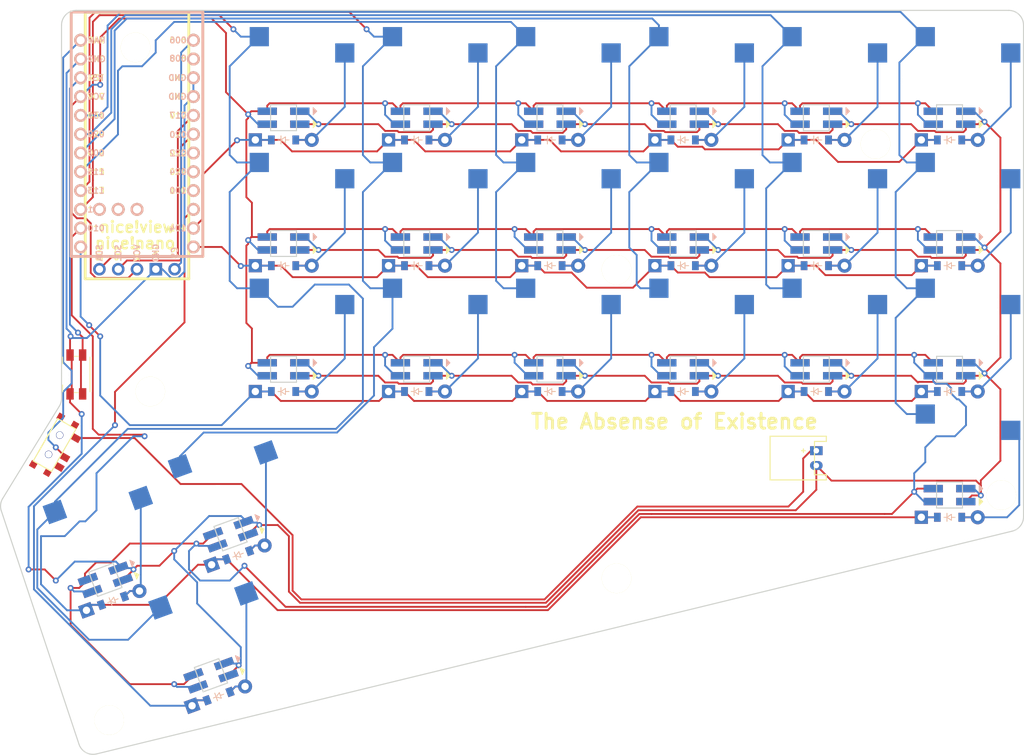
<source format=kicad_pcb>
(kicad_pcb (version 20240108) (generator "pcbnew") (generator_version "8.0")
  (title_block (title "theguy2") (rev "v1.0.0") (company "Unknown"))
  (layers (0 "F.Cu" signal) (31 "B.Cu" signal) (34 "B.Paste" user) (35 "F.Paste" user) (36 "B.SilkS" user "B.Silkscreen") (37 "F.SilkS" user "F.Silkscreen") (38 "B.Mask" user) (39 "F.Mask" user) (44 "Edge.Cuts" user))
  (net 0 "")
  (net 1 "P113")
  (net 2 "P111")
  (net 3 "P031")
  (net 4 "mirror_hell_last")
  (net 5 "mirror_hell_bottom")
  (net 6 "mirror_hell_home")
  (net 7 "mirror_hell_top")
  (net 8 "P029")
  (net 9 "mirror_pinky_bottom")
  (net 10 "mirror_pinky_home")
  (net 11 "mirror_pinky_top")
  (net 12 "P002")
  (net 13 "mirror_ring_bottom")
  (net 14 "mirror_ring_home")
  (net 15 "mirror_ring_top")
  (net 16 "P115")
  (net 17 "mirror_middle_bottom")
  (net 18 "mirror_middle_home")
  (net 19 "mirror_middle_top")
  (net 20 "mirror_index_bottom")
  (net 21 "mirror_index_home")
  (net 22 "mirror_index_top")
  (net 23 "mirror_inner_bottom")
  (net 24 "mirror_inner_home")
  (net 25 "mirror_inner_top")
  (net 26 "mirror_layer_cluster")
  (net 27 "mirror_space_cluster")
  (net 28 "mirror_extra_cluster")
  (net 29 "VCC")
  (net 30 "GND")
  (net 31 "P010")
  (net 32 "P011")
  (net 33 "P009")
  (net 34 "P106")
  (net 35 "P104")
  (net 36 "RAW")
  (net 37 "RST")
  (net 38 "P006")
  (net 39 "P008")
  (net 40 "P017")
  (net 41 "P020")
  (net 42 "P022")
  (net 43 "P024")
  (net 44 "P100")
  (net 45 "P101")
  (net 46 "P102")
  (net 47 "P107")
  (net 48 "pos")
  (footprint "E73:SPDT_C128955" (layer "F.Cu") (at 177.775 104.15 60)
    (property "Reference" "T1" (hide yes))
    (property "Value" "" (hide yes))
  )
  (footprint "WS2812B" (layer "F.Cu") (at 298.775 110.95)
    (property "Reference" "LED4" (hide yes))
    (property "Value" "" (hide yes))
    (fp_line (start -1.75 -1.75) (end -1.75 1.75) (stroke (width 0.15)) (layer "Edge.Cuts"))
    (fp_line (start -1.75 1.75) (end 1.75 1.75) (stroke (width 0.15)) (layer "Edge.Cuts"))
    (fp_line (start 1.75 -1.75) (end -1.75 -1.75) (stroke (width 0.15)) (layer "Edge.Cuts"))
    (fp_line (start 1.75 1.75) (end 1.75 -1.75) (stroke (width 0.15)) (layer "Edge.Cuts"))
  )
  (footprint "WS2812B" (layer "F.Cu") (at 280.775 93.95)
    (property "Reference" "LED8" (hide yes))
    (property "Value" "" (hide yes))
    (fp_line (start -1.75 -1.75) (end -1.75 1.75) (stroke (width 0.15)) (layer "Edge.Cuts"))
    (fp_line (start -1.75 1.75) (end 1.75 1.75) (stroke (width 0.15)) (layer "Edge.Cuts"))
    (fp_line (start 1.75 -1.75) (end -1.75 -1.75) (stroke (width 0.15)) (layer "Edge.Cuts"))
    (fp_line (start 1.75 1.75) (end 1.75 -1.75) (stroke (width 0.15)) (layer "Edge.Cuts"))
  )
  (footprint "PG1350" (layer "F.Cu") (at 226.775 88.95)
    (property "Reference" "S17" (hide yes))
    (property "Value" "" (hide yes))
  )
  (footprint "HOLE_M2_TH" (layer "F.Cu") (at 253.775 122.2)
    (property "Reference" "")
    (property "Value" "")
  )
  (footprint "PG1350" (layer "F.Cu") (at 244.775 88.95)
    (property "Reference" "S14" (hide yes))
    (property "Value" "" (hide yes))
  )
  (footprint "HOLE_M2_TH" (layer "F.Cu") (at 288.775 63.5)
    (property "Reference" "")
    (property "Value" "")
  )
  (footprint "nice_nano" (layer "F.Cu") (at 188.975 63.45 -90)
    (property "Reference" "MCU1" (hide yes))
    (property "Value" "nice_nano" (hide yes))
  )
  (footprint "WS2812B" (layer "F.Cu") (at 226.775 93.95)
    (property "Reference" "LED17" (hide yes))
    (property "Value" "" (hide yes))
    (fp_line (start -1.75 -1.75) (end -1.75 1.75) (stroke (width 0.15)) (layer "Edge.Cuts"))
    (fp_line (start -1.75 1.75) (end 1.75 1.75) (stroke (width 0.15)) (layer "Edge.Cuts"))
    (fp_line (start 1.75 -1.75) (end -1.75 -1.75) (stroke (width 0.15)) (layer "Edge.Cuts"))
    (fp_line (start 1.75 1.75) (end 1.75 -1.75) (stroke (width 0.15)) (layer "Edge.Cuts"))
  )
  (footprint "ComboDiode" (layer "F.Cu") (at 298.775 79.95)
    (property "Reference" "D6" (hide yes))
    (property "Value" "" (hide yes))
  )
  (footprint "WS2812B" (layer "F.Cu") (at 298.775 76.95)
    (property "Reference" "LED6" (hide yes))
    (property "Value" "" (hide yes))
    (fp_line (start -1.75 -1.75) (end -1.75 1.75) (stroke (width 0.15)) (layer "Edge.Cuts"))
    (fp_line (start -1.75 1.75) (end 1.75 1.75) (stroke (width 0.15)) (layer "Edge.Cuts"))
    (fp_line (start 1.75 -1.75) (end -1.75 -1.75) (stroke (width 0.15)) (layer "Edge.Cuts"))
    (fp_line (start 1.75 1.75) (end 1.75 -1.75) (stroke (width 0.15)) (layer "Edge.Cuts"))
  )
  (footprint "PG1350" (layer "F.Cu") (at 262.775 88.95)
    (property "Reference" "S11" (hide yes))
    (property "Value" "" (hide yes))
  )
  (footprint "PG1350" (layer "F.Cu") (at 262.775 54.95)
    (property "Reference" "S13" (hide yes))
    (property "Value" "" (hide yes))
  )
  (footprint "WS2812B" (layer "F.Cu") (at 280.775 59.95)
    (property "Reference" "LED10" (hide yes))
    (property "Value" "" (hide yes))
    (fp_line (start -1.75 -1.75) (end -1.75 1.75) (stroke (width 0.15)) (layer "Edge.Cuts"))
    (fp_line (start -1.75 1.75) (end 1.75 1.75) (stroke (width 0.15)) (layer "Edge.Cuts"))
    (fp_line (start 1.75 -1.75) (end -1.75 -1.75) (stroke (width 0.15)) (layer "Edge.Cuts"))
    (fp_line (start 1.75 1.75) (end 1.75 -1.75) (stroke (width 0.15)) (layer "Edge.Cuts"))
  )
  (footprint "WS2812B" (layer "F.Cu") (at 298.775 93.95)
    (property "Reference" "LED5" (hide yes))
    (property "Value" "" (hide yes))
    (fp_line (start -1.75 -1.75) (end -1.75 1.75) (stroke (width 0.15)) (layer "Edge.Cuts"))
    (fp_line (start -1.75 1.75) (end 1.75 1.75) (stroke (width 0.15)) (layer "Edge.Cuts"))
    (fp_line (start 1.75 -1.75) (end -1.75 -1.75) (stroke (width 0.15)) (layer "Edge.Cuts"))
    (fp_line (start 1.75 1.75) (end 1.75 -1.75) (stroke (width 0.15)) (layer "Edge.Cuts"))
  )
  (footprint "ComboDiode" (layer "F.Cu") (at 262.775 96.95)
    (property "Reference" "D11" (hide yes))
    (property "Value" "" (hide yes))
  )
  (footprint "WS2812B" (layer "F.Cu") (at 244.775 76.95)
    (property "Reference" "LED15" (hide yes))
    (property "Value" "" (hide yes))
    (fp_line (start -1.75 -1.75) (end -1.75 1.75) (stroke (width 0.15)) (layer "Edge.Cuts"))
    (fp_line (start -1.75 1.75) (end 1.75 1.75) (stroke (width 0.15)) (layer "Edge.Cuts"))
    (fp_line (start 1.75 -1.75) (end -1.75 -1.75) (stroke (width 0.15)) (layer "Edge.Cuts"))
    (fp_line (start 1.75 1.75) (end 1.75 -1.75) (stroke (width 0.15)) (layer "Edge.Cuts"))
  )
  (footprint "ComboDiode" (layer "F.Cu") (at 298.775 62.95)
    (property "Reference" "D7" (hide yes))
    (property "Value" "" (hide yes))
  )
  (footprint "PG1350" (layer "F.Cu") (at 199.903492 111.542047 20)
    (property "Reference" "S23" (hide yes))
    (property "Value" "" (hide yes))
  )
  (footprint "ComboDiode" (layer "F.Cu") (at 262.775 79.95)
    (property "Reference" "D12" (hide yes))
    (property "Value" "" (hide yes))
  )
  (footprint "HOLE_M2_TH" (layer "F.Cu") (at 185.217332 141.36346 20)
    (property "Reference" "")
    (property "Value" "")
  )
  (footprint "WS2812B" (layer "F.Cu") (at 244.775 93.95)
    (property "Reference" "LED14" (hide yes))
    (property "Value" "" (hide yes))
    (fp_line (start -1.75 -1.75) (end -1.75 1.75) (stroke (width 0.15)) (layer "Edge.Cuts"))
    (fp_line (start -1.75 1.75) (end 1.75 1.75) (stroke (width 0.15)) (layer "Edge.Cuts"))
    (fp_line (start 1.75 -1.75) (end -1.75 -1.75) (stroke (width 0.15)) (layer "Edge.Cuts"))
    (fp_line (start 1.75 1.75) (end 1.75 -1.75) (stroke (width 0.15)) (layer "Edge.Cuts"))
  )
  (footprint "ComboDiode" (layer "F.Cu") (at 280.775 96.95)
    (property "Reference" "D8" (hide yes))
    (property "Value" "" (hide yes))
  )
  (footprint "ComboDiode" (layer "F.Cu") (at 262.775 62.95)
    (property "Reference" "D13" (hide yes))
    (property "Value" "" (hide yes))
  )
  (footprint "ComboDiode" (layer "F.Cu") (at 226.775 62.95)
    (property "Reference" "D19" (hide yes))
    (property "Value" "" (hide yes))
  )
  (footprint "WS2812B" (layer "F.Cu") (at 226.775 76.95)
    (property "Reference" "LED18" (hide yes))
    (property "Value" "" (hide yes))
    (fp_line (start -1.75 -1.75) (end -1.75 1.75) (stroke (width 0.15)) (layer "Edge.Cuts"))
    (fp_line (start -1.75 1.75) (end 1.75 1.75) (stroke (width 0.15)) (layer "Edge.Cuts"))
    (fp_line (start 1.75 -1.75) (end -1.75 -1.75) (stroke (width 0.15)) (layer "Edge.Cuts"))
    (fp_line (start 1.75 1.75) (end 1.75 -1.75) (stroke (width 0.15)) (layer "Edge.Cuts"))
  )
  (footprint "PG1350" (layer "F.Cu") (at 244.775 71.95)
    (property "Reference" "S15" (hide yes))
    (property "Value" "" (hide yes))
  )
  (footprint "ComboDiode" (layer "F.Cu") (at 226.775 96.95)
    (property "Reference" "D17" (hide yes))
    (property "Value" "" (hide yes))
  )
  (footprint "HOLE_M2_TH" (layer "F.Cu") (at 305.775 110.95)
    (property "Reference" "")
    (property "Value" "")
  )
  (footprint "WS2812B" (layer "F.Cu") (at 208.775 76.95)
    (property "Reference" "LED21" (hide yes))
    (property "Value" "" (hide yes))
    (fp_line (start -1.75 -1.75) (end -1.75 1.75) (stroke (width 0.15)) (layer "Edge.Cuts"))
    (fp_line (start -1.75 1.75) (end 1.75 1.75) (stroke (width 0.15)) (layer "Edge.Cuts"))
    (fp_line (start 1.75 -1.75) (end -1.75 -1.75) (stroke (width 0.15)) (layer "Edge.Cuts"))
    (fp_line (start 1.75 1.75) (end 1.75 -1.75) (stroke (width 0.15)) (layer "Edge.Cuts"))
  )
  (footprint "ComboDiode" (layer "F.Cu") (at 298.775 96.95)
    (property "Reference" "D5" (hide yes))
    (property "Value" "" (hide yes))
  )
  (footprint "PG1350" (layer "F.Cu") (at 208.775 88.95)
    (property "Reference" "S20" (hide yes))
    (property "Value" "" (hide yes))
  )
  (footprint "ComboDiode" (layer "F.Cu") (at 208.775 96.95)
    (property "Reference" "D20" (hide yes))
    (property "Value" "" (hide yes))
  )
  (footprint "WS2812B" (layer "F.Cu") (at 226.775 59.95)
    (property "Reference" "LED19" (hide yes))
    (property "Value" "" (hide yes))
    (fp_line (start -1.75 -1.75) (end -1.75 1.75) (stroke (width 0.15)) (layer "Edge.Cuts"))
    (fp_line (start -1.75 1.75) (end 1.75 1.75) (stroke (width 0.15)) (layer "Edge.Cuts"))
    (fp_line (start 1.75 -1.75) (end -1.75 -1.75) (stroke (width 0.15)) (layer "Edge.Cuts"))
    (fp_line (start 1.75 1.75) (end 1.75 -1.75) (stroke (width 0.15)) (layer "Edge.Cuts"))
  )
  (footprint "ComboDiode" (layer "F.Cu") (at 280.775 62.95)
    (property "Reference" "D10" (hide yes))
    (property "Value" "" (hide yes))
  )
  (footprint "PG1350" (layer "F.Cu") (at 244.775 54.95)
    (property "Reference" "S16" (hide yes))
    (property "Value" "" (hide yes))
  )
  (footprint "ComboDiode" (layer "F.Cu") (at 199.996762 138.112543 20)
    (property "Reference" "D25" (hide yes))
    (property "Value" "" (hide yes))
  )
  (footprint "PG1350" (layer "F.Cu") (at 182.989025 117.698409 20)
    (property "Reference" "S24" (hide yes))
    (property "Value" "" (hide yes))
  )
  (footprint "WS2812B" (layer "F.Cu") (at 280.775 76.95)
    (property "Reference" "LED9" (hide yes))
    (property "Value" "" (hide yes))
    (fp_line (start -1.75 -1.75) (end -1.75 1.75) (stroke (width 0.15)) (layer "Edge.Cuts"))
    (fp_line (start -1.75 1.75) (end 1.75 1.75) (stroke (width 0.15)) (layer "Edge.Cuts"))
    (fp_line (start 1.75 -1.75) (end -1.75 -1.75) (stroke (width 0.15)) (layer "Edge.Cuts"))
    (fp_line (start 1.75 1.75) (end 1.75 -1.75) (stroke (width 0.15)) (layer "Edge.Cuts"))
  )
  (footprint "JST_PH_S2B-PH-K_02x2.00mm_Angled" (layer "F.Cu") (at 280.775 105.95 -90)
    (property "Reference" "JST1" (hide yes))
    (property "Value" "" (hide yes))
  )
  (footprint "PG1350" (layer "F.Cu") (at 280.775 88.95)
    (property "Reference" "S8" (hide yes))
    (property "Value" "" (hide yes))
  )
  (footprint "WS2812B" (layer "F.Cu") (at 208.775 59.95)
    (property "Reference" "LED22" (hide yes))
    (property "Value" "" (hide yes))
    (fp_line (start -1.75 -1.75) (end -1.75 1.75) (stroke (width 0.15)) (layer "Edge.Cuts"))
    (fp_line (start -1.75 1.75) (end 1.75 1.75) (stroke (width 0.15)) (layer "Edge.Cuts"))
    (fp_line (start 1.75 -1.75) (end -1.75 -1.75) (stroke (width 0.15)) (layer "Edge.Cuts"))
    (fp_line (start 1.75 1.75) (end 1.75 -1.75) (stroke (width 0.15)) (layer "Edge.Cuts"))
  )
  (footprint "PG1350" (layer "F.Cu") (at 298.775 54.95)
    (property "Reference" "S7" (hide yes))
    (property "Value" "" (hide yes))
  )
  (footprint "ComboDiode" (layer "F.Cu") (at 298.775 113.95)
    (property "Reference" "D4" (hide yes))
    (property "Value" "" (hide yes))
  )
  (footprint "PG1350" (layer "F.Cu") (at 208.775 71.95)
    (property "Reference" "S21" (hide yes))
    (property "Value" "" (hide yes))
  )
  (footprint "ComboDiode" (layer "F.Cu") (at 244.775 79.95)
    (property "Reference" "D15" (hide yes))
    (property "Value" "" (hide yes))
  )
  (footprint "PG1350" (layer "F.Cu") (at 197.260601 130.595002 20)
    (property "Reference" "S25" (hide yes))
    (property "Value" "" (hide yes))
  )
  (footprint "PG1350" (layer "F.Cu") (at 298.775 71.95)
    (property "Reference" "S6" (hide yes))
    (property "Value" "" (hide yes))
  )
  (footprint "ComboDiode" (layer "F.Cu") (at 226.775 79.95)
    (property "Reference" "D18" (hide yes))
    (property "Value" "" (hide yes))
  )
  (footprint "Panasonic_EVQPUL_EVQPUC" (layer "F.Cu") (at 180.775 94.65 90)
    (property "Reference" "B1" (hide yes))
    (property "Value" "Panasonic_EVQPUL_EVQPUC" (hide yes))
  )
  (footprint "ComboDiode" (layer "F.Cu") (at 208.775 79.95)
    (property "Reference" "D21" (hide yes))
    (property "Value" "" (hide yes))
  )
  (footprint "PG1350" (layer "F.Cu") (at 280.775 54.95)
    (property "Reference" "S10" (hide yes))
    (property "Value" "" (hide yes))
  )
  (footprint "PG1350" (layer "F.Cu") (at 298.775 88.95)
    (property "Reference" "S5" (hide yes))
    (property "Value" "" (hide yes))
  )
  (footprint "ComboDiode" (layer "F.Cu") (at 202.639653 119.059587 20)
    (property "Reference" "D23" (hide yes))
    (property "Value" "" (hide yes))
  )
  (footprint "WS2812B" (layer "F.Cu") (at 262.775 59.95)
    (property "Reference" "LED13" (hide yes))
    (property "Value" "" (hide yes))
    (fp_line (start -1.75 -1.75) (end -1.75 1.75) (stroke (width 0.15)) (layer "Edge.Cuts"))
    (fp_line (start -1.75 1.75) (end 1.75 1.75) (stroke (width 0.15)) (layer "Edge.Cuts"))
    (fp_line (start 1.75 -1.75) (end -1.75 -1.75) (stroke (width 0.15)) (layer "Edge.Cuts"))
    (fp_line (start 1.75 1.75) (end 1.75 -1.75) (stroke (width 0.15)) (layer "Edge.Cuts"))
  )
  (footprint "lib:niceView_headers" (layer "F.Cu") (at 188.975 81.725 90)
    (property "Reference" "niceView1" (hide yes))
    (property "Value" "niceView" (hide yes))
  )
  (footprint "HOLE_M2_TH" (layer "F.Cu") (at 188.775 50.45)
    (property "Reference" "")
    (property "Value" "")
  )
  (footprint "ComboDiode" (layer "F.Cu") (at 244.775 96.95)
    (property "Reference" "D14" (hide yes))
    (property "Value" "" (hide yes))
  )
  (footprint "ComboDiode" (layer "F.Cu") (at 244.775 62.95)
    (property "Reference" "D16" (hide yes))
    (property "Value" "" (hide yes))
  )
  (footprint "HOLE_M2_TH" (layer "F.Cu") (at 190.775 96.95)
    (property "Reference" "")
    (property "Value" "")
  )
  (footprint "WS2812B" (layer "F.Cu") (at 262.775 93.95)
    (property "Reference" "LED11" (hide yes))
    (property "Value" "" (hide yes))
    (fp_line (start -1.75 -1.75) (end -1.75 1.75) (stroke (width 0.15)) (layer "Edge.Cuts"))
    (fp_line (start -1.75 1.75) (end 1.75 1.75) (stroke (width 0.15)) (layer "Edge.Cuts"))
    (fp_line (start 1.75 -1.75) (end -1.75 -1.75) (stroke (width 0.15)) (layer "Edge.Cuts"))
    (fp_line (start 1.75 1.75) (end 1.75 -1.75) (stroke (width 0.15)) (layer "Edge.Cuts"))
  )
  (footprint "WS2812B" (layer "F.Cu") (at 184.699126 122.396872 20)
    (property "Reference" "LED24" (hide yes))
    (property "Value" "" (hide yes))
    (fp_line (start -1.75 -1.75) (end -1.75 1.75) (stroke (width 0.15)) (layer "Edge.Cuts"))
    (fp_line (start -1.75 1.75) (end 1.75 1.75) (stroke (width 0.15)) (layer "Edge.Cuts"))
    (fp_line (start 1.75 -1.75) (end -1.75 -1.75) (stroke (width 0.15)) (layer "Edge.Cuts"))
    (fp_line (start 1.75 1.75) (end 1.75 -1.75) (stroke (width 0.15)) (layer "Edge.Cuts"))
  )
  (footprint "PG1350" (layer "F.Cu") (at 208.775 54.95)
    (property "Reference" "S22" (hide yes))
    (property "Value" "" (hide yes))
  )
  (footprint "WS2812B" (layer "F.Cu") (at 201.613593 116.24051 20)
    (property "Reference" "LED23" (hide yes))
    (property "Value" "" (hide yes))
    (fp_line (start -1.75 -1.75) (end -1.75 1.75) (stroke (width 0.15)) (layer "Edge.Cuts"))
    (fp_line (start -1.75 1.75) (end 1.75 1.75) (stroke (width 0.15)) (layer "Edge.Cuts"))
    (fp_line (start 1.75 -1.75) (end -1.75 -1.75) (stroke (width 0.15)) (layer "Edge.Cuts"))
    (fp_line (start 1.75 1.75) (end 1.75 -1.75) (stroke (width 0.15)) (layer "Edge.Cuts"))
  )
  (footprint "WS2812B" (layer "F.Cu") (at 262.775 76.95)
    (property "Reference" "LED12" (hide yes))
    (property "Value" "" (hide yes))
    (fp_line (start -1.75 -1.75) (end -1.75 1.75) (stroke (width 0.15)) (layer "Edge.Cuts"))
    (fp_line (start -1.75 1.75) (end 1.75 1.75) (stroke (width 0.15)) (layer "Edge.Cuts"))
    (fp_line (start 1.75 -1.75) (end -1.75 -1.75) (stroke (width 0.15)) (layer "Edge.Cuts"))
    (fp_line (start 1.75 1.75) (end 1.75 -1.75) (stroke (width 0.15)) (layer "Edge.Cuts"))
  )
  (footprint "WS2812B" (layer "F.Cu") (at 208.775 93.95)
    (property "Reference" "LED20" (hide yes))
    (property "Value" "" (hide yes))
    (fp_line (start -1.75 -1.75) (end -1.75 1.75) (stroke (width 0.15)) (layer "Edge.Cuts"))
    (fp_line (start -1.75 1.75) (end 1.75 1.75) (stroke (width 0.15)) (layer "Edge.Cuts"))
    (fp_line (start 1.75 -1.75) (end -1.75 -1.75) (stroke (width 0.15)) (layer "Edge.Cuts"))
    (fp_line (start 1.75 1.75) (end 1.75 -1.75) (stroke (width 0.15)) (layer "Edge.Cuts"))
  )
  (footprint "PG1350" (layer "F.Cu") (at 226.775 71.95)
    (property "Reference" "S18" (hide yes))
    (property "Value" "" (hide yes))
  )
  (footprint "PG1350" (layer "F.Cu") (at 298.775 105.95)
    (property "Reference" "S4" (hide yes))
    (property "Value" "" (hide yes))
  )
  (footprint "ComboDiode" (layer "F.Cu") (at 208.775 62.95)
    (property "Reference" "D22" (hide yes))
    (property "Value" "" (hide yes))
  )
  (footprint "WS2812B" (layer "F.Cu") (at 198.970702 135.293465 20)
    (property "Reference" "LED25" (hide yes))
    (property "Value" "" (hide yes))
    (fp_line (start -1.75 -1.75) (end -1.75 1.75) (stroke (width 0.15)) (layer "Edge.Cuts"))
    (fp_line (start -1.75 1.75) (end 1.75 1.75) (stroke (width 0.15)) (layer "Edge.Cuts"))
    (fp_line (start 1.75 -1.75) (end -1.75 -1.75) (stroke (width 0.15)) (layer "Edge.Cuts"))
    (fp_line (start 1.75 1.75) (end 1.75 -1.75) (stroke (width 0.15)) (layer "Edge.Cuts"))
  )
  (footprint "HOLE_M2_TH" (layer "F.Cu") (at 253.775 80.5)
    (property "Reference" "")
    (property "Value" "")
  )
  (footprint "ComboDiode" (layer "F.Cu") (at 185.725186 125.21595 20)
    (property "Reference" "D24" (hide yes))
    (property "Value" "" (hide yes))
  )
  (footprint "WS2812B" (layer "F.Cu") (at 298.775 59.95)
    (property "Reference" "LED7" (hide yes))
    (property "Value" "" (hide yes))
    (fp_line (start -1.75 -1.75) (end -1.75 1.75) (stroke (width 0.15)) (layer "Edge.Cuts"))
    (fp_line (start -1.75 1.75) (end 1.75 1.75) (stroke (width 0.15)) (layer "Edge.Cuts"))
    (fp_line (start 1.75 -1.75) (end -1.75 -1.75) (stroke (width 0.15)) (layer "Edge.Cuts"))
    (fp_line (start 1.75 1.75) (end 1.75 -1.75) (stroke (width 0.15)) (layer "Edge.Cuts"))
  )
  (footprint "PG1350" (layer "F.Cu") (at 280.775 71.95)
    (property "Reference" "S9" (hide yes))
    (property "Value" "" (hide yes))
  )
  (footprint "ComboDiode" (layer "F.Cu") (at 280.775 79.95)
    (property "Reference" "D9" (hide yes))
    (property "Value" "" (hide yes))
  )
  (footprint "WS2812B" (layer "F.Cu") (at 244.775 59.95)
    (property "Reference" "LED16" (hide yes))
    (property "Value" "" (hide yes))
    (fp_line (start -1.75 -1.75) (end -1.75 1.75) (stroke (width 0.15)) (layer "Edge.Cuts"))
    (fp_line (start -1.75 1.75) (end 1.75 1.75) (stroke (width 0.15)) (layer "Edge.Cuts"))
    (fp_line (start 1.75 -1.75) (end -1.75 -1.75) (stroke (width 0.15)) (layer "Edge.Cuts"))
    (fp_line (start 1.75 1.75) (end 1.75 -1.75) (stroke (width 0.15)) (layer "Edge.Cuts"))
  )
  (footprint "PG1350" (layer "F.Cu") (at 262.775 71.95)
    (property "Reference" "S12" (hide yes))
    (property "Value" "" (hide yes))
  )
  (footprint "PG1350" (layer "F.Cu") (at 226.775 54.95)
    (property "Reference" "S19" (hide yes))
    (property "Value" "" (hide yes))
  )
  (gr_arc (start 178.775 47.45) (mid 179.360786 46.035786) (end 180.775 45.45) (stroke (width 0.15)) (layer "Edge.Cuts"))
  (gr_line (start 183.504946 145.927234) (end 307.247793 115.821558) (stroke (width 0.15)) (layer "Edge.Cuts"))
  (gr_line (start 306.775 45.45) (end 180.775 45.45) (stroke (width 0.15)) (layer "Edge.Cuts"))
  (gr_line (start 170.637041 113.075273) (end 181.134499 144.615512) (stroke (width 0.15)) (layer "Edge.Cuts"))
  (gr_arc (start 308.775001 113.878244) (mid 308.347496 115.114024) (end 307.247793 115.821558) (stroke (width 0.15)) (layer "Edge.Cuts"))
  (gr_arc (start 183.504946 145.927233) (mid 182.063821 145.733836) (end 181.134499 144.615512) (stroke (width 0.15)) (layer "Edge.Cuts"))
  (gr_arc (start 178.775 97.885299) (mid 178.699749 98.428754) (end 178.479657 98.931312) (stroke (width 0.15)) (layer "Edge.Cuts"))
  (gr_line (start 308.775 113.878244) (end 308.775 47.45) (stroke (width 0.15)) (layer "Edge.Cuts"))
  (gr_arc (start 306.775 45.45) (mid 308.189214 46.035786) (end 308.775 47.45) (stroke (width 0.15)) (layer "Edge.Cuts"))
  (gr_line (start 178.479657 98.931312) (end 170.830038 111.397668) (stroke (width 0.15)) (layer "Edge.Cuts"))
  (gr_line (start 178.775 47.45) (end 178.775 97.885298) (stroke (width 0.15)) (layer "Edge.Cuts"))
  (gr_arc (start 170.637041 113.075273) (mid 170.547808 112.215105) (end 170.830038 111.397668) (stroke (width 0.15)) (layer "Edge.Cuts"))
  (gr_text "The Absense of Existence" (at 242 101 0) (layer "F.SilkS") (effects (font (size 2 2) (thickness 0.4)) (justify left)))
  (segment (start 182.5563 68.5987) (end 182.5563 46.4437) (width 0.25) (layer "F.Cu") (net 1))
  (segment (start 182.5563 46.4437) (end 183.35 45.65) (width 0.25) (layer "F.Cu") (net 1))
  (segment (start 217.65 45.65) (end 220 48) (width 0.25) (layer "F.Cu") (net 1))
  (segment (start 183.35 45.65) (end 184.5 45.65) (width 0.25) (layer "F.Cu") (net 1))
  (segment (start 181.355 69.8) (end 182.5563 68.5987) (width 0.25) (layer "F.Cu") (net 1))
  (segment (start 184.5 45.65) (end 217.65 45.65) (width 0.25) (layer "F.Cu") (net 1))
  (via (at 220 48) (size 0.8) (drill 0.4) (layers "F.Cu" "B.Cu") (net 1))
  (segment (start 221 90.958684) (end 223.5 88.458684) (width 0.25) (layer "B.Cu") (net 1))
  (segment (start 194.790979 105.687561) (end 197.97854 102.5) (width 0.25) (layer "B.Cu") (net 1))
  (segment (start 219.5 82) (end 220.5 83) (width 0.25) (layer "B.Cu") (net 1))
  (segment (start 219.5 53) (end 219.5 65) (width 0.25) (layer "B.Cu") (net 1))
  (segment (start 219.5 65) (end 220.5 66) (width 0.25) (layer "B.Cu") (net 1))
  (segment (start 223.5 49) (end 219.5 53) (width 0.25) (layer "B.Cu") (net 1))
  (segment (start 220.5 66) (end 223.5 66) (width 0.25) (layer "B.Cu") (net 1))
  (segment (start 223.5 66) (end 219.5 70) (width 0.25) (layer "B.Cu") (net 1))
  (segment (start 221 97.5) (end 221 90.958684) (width 0.25) (layer "B.Cu") (net 1))
  (segment (start 194.790979 107.070992) (end 194.790979 105.687561) (width 0.25) (layer "B.Cu") (net 1))
  (segment (start 216 102.5) (end 221 97.5) (width 0.25) (layer "B.Cu") (net 1))
  (segment (start 220.5 83) (end 223.5 83) (width 0.25) (layer "B.Cu") (net 1))
  (segment (start 223.5 88.458684) (end 223.5 83) (width 0.25) (layer "B.Cu") (net 1))
  (segment (start 197.97854 102.5) (end 216 102.5) (width 0.25) (layer "B.Cu") (net 1))
  (segment (start 221 49) (end 223.5 49) (width 0.25) (layer "B.Cu") (net 1))
  (segment (start 219.5 70) (end 219.5 82) (width 0.25) (layer "B.Cu") (net 1))
  (segment (start 220 48) (end 221 49) (width 0.25) (layer "B.Cu") (net 1))
  (segment (start 181.355 72.34) (end 183.0063 70.6887) (width 0.25) (layer "F.Cu") (net 2))
  (segment (start 200.1 46.1) (end 202 48) (width 0.25) (layer "F.Cu") (net 2))
  (segment (start 183.9 46.1) (end 184 46.1) (width 0.25) (layer "F.Cu") (net 2))
  (segment (start 183.0063 70.6887) (end 183.0063 68.412304) (width 0.25) (layer "F.Cu") (net 2))
  (segment (start 183.0063 68.412304) (end 183.0063 46.9937) (width 0.25) (layer "F.Cu") (net 2))
  (segment (start 183.0063 46.9937) (end 183.9 46.1) (width 0.25) (layer "F.Cu") (net 2))
  (segment (start 184 46.1) (end 200.1 46.1) (width 0.25) (layer "F.Cu") (net 2))
  (via (at 202 48) (size 0.8) (drill 0.4) (layers "F.Cu" "B.Cu") (net 2))
  (segment (start 205.5 66) (end 201.5 70) (width 0.25) (layer "B.Cu") (net 2))
  (segment (start 205.5 49) (end 201.5 53) (width 0.25) (layer "B.Cu") (net 2))
  (segment (start 175.5 115.603866) (end 175.5 123.5) (width 0.25) (layer "B.Cu") (net 2))
  (segment (start 215.863604 102) (end 219.5 98.363604) (width 0.25) (layer "B.Cu") (net 2))
  (segment (start 175.5 123.5) (end 182.5 130.5) (width 0.25) (layer "B.Cu") (net 2))
  (segment (start 187.720435 102) (end 215.863604 102) (width 0.25) (layer "B.Cu") (net 2))
  (segment (start 202.5 66) (end 205.5 66) (width 0.25) (layer "B.Cu") (net 2))
  (segment (start 201.5 65) (end 202.5 66) (width 0.25) (layer "B.Cu") (net 2))
  (segment (start 187.772035 130.5) (end 192.148088 126.123947) (width 0.25) (layer "B.Cu") (net 2))
  (segment (start 177.876512 111.843923) (end 187.720435 102) (width 0.25) (layer "B.Cu") (net 2))
  (segment (start 217.6 82.5) (end 213 82.5) (width 0.25) (layer "B.Cu") (net 2))
  (segment (start 202 48) (end 203 49) (width 0.25) (layer "B.Cu") (net 2))
  (segment (start 201.5 53) (end 201.5 65) (width 0.25) (layer "B.Cu") (net 2))
  (segment (start 182.5 130.5) (end 187.772035 130.5) (width 0.25) (layer "B.Cu") (net 2))
  (segment (start 177.876512 113.227354) (end 175.5 115.603866) (width 0.25) (layer "B.Cu") (net 2))
  (segment (start 203 49) (end 205.5 49) (width 0.25) (layer "B.Cu") (net 2))
  (segment (start 219.5 84.4) (end 217.6 82.5) (width 0.25) (layer "B.Cu") (net 2))
  (segment (start 202.5 83) (end 205.5 83) (width 0.25) (layer "B.Cu") (net 2))
  (segment (start 201.5 82) (end 202.5 83) (width 0.25) (layer "B.Cu") (net 2))
  (segment (start 213 82.5) (end 210 85.5) (width 0.25) (layer "B.Cu") (net 2))
  (segment (start 201.5 70) (end 201.5 82) (width 0.25) (layer "B.Cu") (net 2))
  (segment (start 177.876512 113.227354) (end 177.876512 111.843923) (width 0.25) (layer "B.Cu") (net 2))
  (segment (start 208 85.5) (end 205.5 83) (width 0.25) (layer "B.Cu") (net 2))
  (segment (start 210 85.5) (end 208 85.5) (width 0.25) (layer "B.Cu") (net 2))
  (segment (start 219.5 98.363604) (end 219.5 84.4) (width 0.25) (layer "B.Cu") (net 2))
  (segment (start 295.5 49) (end 292 52.5) (width 0.25) (layer "B.Cu") (net 3))
  (segment (start 185 58.5) (end 185 47.5) (width 0.25) (layer "B.Cu") (net 3))
  (segment (start 291.5 87) (end 291.5 98.5) (width 0.25) (layer "B.Cu") (net 3))
  (segment (start 291.5 81.5) (end 293 83) (width 0.25) (layer "B.Cu") (net 3))
  (segment (start 292 65) (end 293 66) (width 0.25) (layer "B.Cu") (net 3))
  (segment (start 293 100) (end 295.5 100) (width 0.25) (layer "B.Cu") (net 3))
  (segment (start 291.5 98.5) (end 293 100) (width 0.25) (layer "B.Cu") (net 3))
  (segment (start 291.5 70) (end 291.5 81.5) (width 0.25) (layer "B.Cu") (net 3))
  (segment (start 293 66) (end 295.5 66) (width 0.25) (layer "B.Cu") (net 3))
  (segment (start 185 47.5) (end 186.85 45.65) (width 0.25) (layer "B.Cu") (net 3))
  (segment (start 295.5 66) (end 291.5 70) (width 0.25) (layer "B.Cu") (net 3))
  (segment (start 186.85 45.65) (end 292.15 45.65) (width 0.25) (layer "B.Cu") (net 3))
  (segment (start 295.5 83) (end 291.5 87) (width 0.25) (layer "B.Cu") (net 3))
  (segment (start 292 52.5) (end 292 65) (width 0.25) (layer "B.Cu") (net 3))
  (segment (start 183.86 59.64) (end 185 58.5) (width 0.25) (layer "B.Cu") (net 3))
  (segment (start 292.15 45.65) (end 295.5 49) (width 0.25) (layer "B.Cu") (net 3))
  (segment (start 293 83) (end 295.5 83) (width 0.25) (layer "B.Cu") (net 3))
  (segment (start 181.355 59.64) (end 183.86 59.64) (width 0.25) (layer "B.Cu") (net 3))
  (segment (start 302.585 113.95) (end 300.425 113.95) (width 0.25) (layer "F.Cu") (net 4))
  (segment (start 308.2 112.3) (end 306.55 113.95) (width 0.25) (layer "B.Cu") (net 4))
  (segment (start 300.425 113.95) (end 302.585 113.95) (width 0.25) (layer "B.Cu") (net 4))
  (segment (start 307.05 102.2) (end 308.2 103.35) (width 0.25) (layer "B.Cu") (net 4))
  (segment (start 308.2 103.35) (end 308.2 112.3) (width 0.25) (layer "B.Cu") (net 4))
  (segment (start 306.55 113.95) (end 302.585 113.95) (width 0.25) (layer "B.Cu") (net 4))
  (segment (start 300.425 96.95) (end 302.585 96.95) (width 0.25) (layer "F.Cu") (net 5))
  (segment (start 302.585 96.95) (end 300.425 96.95) (width 0.25) (layer "B.Cu") (net 5))
  (segment (start 307.05 85.2) (end 307.05 92.485) (width 0.25) (layer "B.Cu") (net 5))
  (segment (start 307.05 92.485) (end 302.585 96.95) (width 0.25) (layer "B.Cu") (net 5))
  (segment (start 302.585 79.95) (end 300.425 79.95) (width 0.25) (layer "F.Cu") (net 6))
  (segment (start 307.05 75.485) (end 302.585 79.95) (width 0.25) (layer "B.Cu") (net 6))
  (segment (start 300.425 79.95) (end 302.585 79.95) (width 0.25) (layer "B.Cu") (net 6))
  (segment (start 307.05 68.2) (end 307.05 75.485) (width 0.25) (layer "B.Cu") (net 6))
  (segment (start 300.425 62.95) (end 302.585 62.95) (width 0.25) (layer "F.Cu") (net 7))
  (segment (start 302.585 62.95) (end 300.425 62.95) (width 0.25) (layer "B.Cu") (net 7))
  (segment (start 307.05 58.485) (end 302.585 62.95) (width 0.25) (layer "B.Cu") (net 7))
  (segment (start 307.05 51.2) (end 307.05 58.485) (width 0.25) (layer "B.Cu") (net 7))
  (segment (start 277.5 66) (end 274 69.5) (width 0.25) (layer "B.Cu") (net 8))
  (segment (start 274 69.5) (end 274 82.5) (width 0.25) (layer "B.Cu") (net 8))
  (segment (start 277.5 49) (end 273.5 53) (width 0.25) (layer "B.Cu") (net 8))
  (segment (start 181.355 62.18) (end 182.594275 62.18) (width 0.25) (layer "B.Cu") (net 8))
  (segment (start 273.5 65) (end 274.5 66) (width 0.25) (layer "B.Cu") (net 8))
  (segment (start 274.5 83) (end 277.5 83) (width 0.25) (layer "B.Cu") (net 8))
  (segment (start 185.5 59.274275) (end 185.5 48) (width 0.25) (layer "B.Cu") (net 8))
  (segment (start 274.5 66) (end 277.5 66) (width 0.25) (layer "B.Cu") (net 8))
  (segment (start 187.4 46.1) (end 274.6 46.1) (width 0.25) (layer "B.Cu") (net 8))
  (segment (start 185.5 48) (end 187.4 46.1) (width 0.25) (layer "B.Cu") (net 8))
  (segment (start 273.5 53) (end 273.5 65) (width 0.25) (layer "B.Cu") (net 8))
  (segment (start 274.6 46.1) (end 277.5 49) (width 0.25) (layer "B.Cu") (net 8))
  (segment (start 182.594275 62.18) (end 185.5 59.274275) (width 0.25) (layer "B.Cu") (net 8))
  (segment (start 274 82.5) (end 274.5 83) (width 0.25) (layer "B.Cu") (net 8))
  (segment (start 282.425 96.95) (end 284.585 96.95) (width 0.25) (layer "F.Cu") (net 9))
  (segment (start 284.585 96.95) (end 282.425 96.95) (width 0.25) (layer "B.Cu") (net 9))
  (segment (start 289.05 92.485) (end 284.585 96.95) (width 0.25) (layer "B.Cu") (net 9))
  (segment (start 289.05 85.2) (end 289.05 92.485) (width 0.25) (layer "B.Cu") (net 9))
  (segment (start 284.585 79.95) (end 282.425 79.95) (width 0.25) (layer "F.Cu") (net 10))
  (segment (start 289.05 75.485) (end 284.585 79.95) (width 0.25) (layer "B.Cu") (net 10))
  (segment (start 282.425 79.95) (end 284.585 79.95) (width 0.25) (layer "B.Cu") (net 10))
  (segment (start 289.05 68.2) (end 289.05 75.485) (width 0.25) (layer "B.Cu") (net 10))
  (segment (start 284.585 62.95) (end 282.425 62.95) (width 0.25) (layer "F.Cu") (net 11))
  (segment (start 289.05 58.485) (end 284.585 62.95) (width 0.25) (layer "B.Cu") (net 11))
  (segment (start 289.05 51.2) (end 289.05 58.485) (width 0.25) (layer "B.Cu") (net 11))
  (segment (start 282.425 62.95) (end 284.585 62.95) (width 0.25) (layer "B.Cu") (net 11))
  (segment (start 255.5 77.5) (end 256.5 78.5) (width 0.25) (layer "B.Cu") (net 12))
  (segment (start 255.5 70) (end 255.5 77.5) (width 0.25) (layer "B.Cu") (net 12))
  (segment (start 255.5 65) (end 256.5 66) (width 0.25) (layer "B.Cu") (net 12))
  (segment (start 185.95 60.125) (end 181.355 64.72) (width 0.25) (layer "B.Cu") (net 12))
  (segment (start 256.5 82.5) (end 257 83) (width 0.25) (layer "B.Cu") (net 12))
  (segment (start 257 83) (end 259.5 83) (width 0.25) (layer "B.Cu") (net 12))
  (segment (start 259.5 49) (end 255.5 53) (width 0.25) (layer "B.Cu") (net 12))
  (segment (start 259.5 66) (end 255.5 70) (width 0.25) (layer "B.Cu") (net 12))
  (segment (start 258.6 46.55) (end 187.586396 46.55) (width 0.25) (layer "B.Cu") (net 12))
  (segment (start 256.5 66) (end 259.5 66) (width 0.25) (layer "B.Cu") (net 12))
  (segment (start 185.95 48.186396) (end 185.95 60.125) (width 0.25) (layer "B.Cu") (net 12))
  (segment (start 259.5 47.45) (end 258.6 46.55) (width 0.25) (layer "B.Cu") (net 12))
  (segment (start 255.5 53) (end 255.5 65) (width 0.25) (layer "B.Cu") (net 12))
  (segment (start 259.5 49) (end 259.5 47.45) (width 0.25) (layer "B.Cu") (net 12))
  (segment (start 256.5 78.5) (end 256.5 82.5) (width 0.25) (layer "B.Cu") (net 12))
  (segment (start 187.586396 46.55) (end 185.95 48.186396) (width 0.25) (layer "B.Cu") (net 12))
  (segment (start 264.425 96.95) (end 266.585 96.95) (width 0.25) (layer "F.Cu") (net 13))
  (segment (start 271.05 92.485) (end 266.585 96.95) (width 0.25) (layer "B.Cu") (net 13))
  (segment (start 266.585 96.95) (end 264.425 96.95) (width 0.25) (layer "B.Cu") (net 13))
  (segment (start 271.05 85.2) (end 271.05 92.485) (width 0.25) (layer "B.Cu") (net 13))
  (segment (start 264.425 79.95) (end 266.585 79.95) (width 0.25) (layer "F.Cu") (net 14))
  (segment (start 271.05 75.485) (end 266.585 79.95) (width 0.25) (layer "B.Cu") (net 14))
  (segment (start 264.425 79.95) (end 266.585 79.95) (width 0.25) (layer "B.Cu") (net 14))
  (segment (start 271.05 68.2) (end 271.05 75.485) (width 0.25) (layer "B.Cu") (net 14))
  (segment (start 264.425 62.95) (end 266.585 62.95) (width 0.25) (layer "F.Cu") (net 15))
  (segment (start 271.05 58.485) (end 266.585 62.95) (width 0.25) (layer "B.Cu") (net 15))
  (segment (start 271.05 51.2) (end 271.05 58.485) (width 0.25) (layer "B.Cu") (net 15))
  (segment (start 264.425 62.95) (end 266.585 62.95) (width 0.25) (layer "B.Cu") (net 15))
  (segment (start 189.654468 53) (end 187 53) (width 0.25) (layer "B.Cu") (net 16))
  (segment (start 238.5 66) (end 241.5 66) (width 0.25) (layer "B.Cu") (net 16))
  (segment (start 186.4 62.215) (end 181.355 67.26) (width 0.25) (layer "B.Cu") (net 16))
  (segment (start 237.5 70) (end 237.5 82) (width 0.25) (layer "B.Cu") (net 16))
  (segment (start 241.5 66) (end 237.5 70) (width 0.25) (layer "B.Cu") (net 16))
  (segment (start 237.5 65) (end 238.5 66) (width 0.25) (layer "B.Cu") (net 16))
  (segment (start 237.5 82) (end 238.5 83) (width 0.25) (layer "B.Cu") (net 16))
  (segment (start 241.5 49) (end 239.5 47) (width 0.25) (layer "B.Cu") (net 16))
  (segment (start 237.5 53) (end 237.5 65) (width 0.25) (layer "B.Cu") (net 16))
  (segment (start 241.5 49) (end 237.5 53) (width 0.25) (layer "B.Cu") (net 16))
  (segment (start 186.4 53.6) (end 186.4 62.215) (width 0.25) (layer "B.Cu") (net 16))
  (segment (start 239.5 47) (end 194 47) (width 0.25) (layer "B.Cu") (net 16))
  (segment (start 191.5 51.154468) (end 189.654468 53) (width 0.25) (layer "B.Cu") (net 16))
  (segment (start 191.5 49.5) (end 191.5 51.154468) (width 0.25) (layer "B.Cu") (net 16))
  (segment (start 238.5 83) (end 241.5 83) (width 0.25) (layer "B.Cu") (net 16))
  (segment (start 187 53) (end 186.4 53.6) (width 0.25) (layer "B.Cu") (net 16))
  (segment (start 194 47) (end 191.5 49.5) (width 0.25) (layer "B.Cu") (net 16))
  (segment (start 246.425 96.95) (end 248.585 96.95) (width 0.25) (layer "F.Cu") (net 17))
  (segment (start 248.585 96.95) (end 246.425 96.95) (width 0.25) (layer "B.Cu") (net 17))
  (segment (start 253.05 85.2) (end 253.05 92.485) (width 0.25) (layer "B.Cu") (net 17))
  (segment (start 253.05 92.485) (end 248.585 96.95) (width 0.25) (layer "B.Cu") (net 17))
  (segment (start 248.585 79.95) (end 246.425 79.95) (width 0.25) (layer "F.Cu") (net 18))
  (segment (start 253.05 75.485) (end 248.585 79.95) (width 0.25) (layer "B.Cu") (net 18))
  (segment (start 246.425 79.95) (end 248.585 79.95) (width 0.25) (layer "B.Cu") (net 18))
  (segment (start 253.05 68.2) (end 253.05 75.485) (width 0.25) (layer "B.Cu") (net 18))
  (segment (start 246.425 62.95) (end 248.585 62.95) (width 0.25) (layer "F.Cu") (net 19))
  (segment (start 248.585 62.95) (end 246.425 62.95) (width 0.25) (layer "B.Cu") (net 19))
  (segment (start 253.05 51.2) (end 253.05 58.485) (width 0.25) (layer "B.Cu") (net 19))
  (segment (start 253.05 58.485) (end 248.585 62.95) (width 0.25) (layer "B.Cu") (net 19))
  (segment (start 228.425 96.95) (end 230.585 96.95) (width 0.25) (layer "F.Cu") (net 20))
  (segment (start 235.05 85.2) (end 235.05 92.485) (width 0.25) (layer "B.Cu") (net 20))
  (segment (start 235.05 92.485) (end 230.585 96.95) (width 0.25) (layer "B.Cu") (net 20))
  (segment (start 230.585 96.95) (end 228.425 96.95) (width 0.25) (layer "B.Cu") (net 20))
  (segment (start 228.425 79.95) (end 230.585 79.95) (width 0.25) (layer "F.Cu") (net 21))
  (segment (start 235.05 68.2) (end 235.05 75.485) (width 0.25) (layer "B.Cu") (net 21))
  (segment (start 230.585 79.95) (end 228.425 79.95) (width 0.25) (layer "B.Cu") (net 21))
  (segment (start 235.05 75.485) (end 230.585 79.95) (width 0.25) (layer "B.Cu") (net 21))
  (segment (start 228.425 62.95) (end 230.585 62.95) (width 0.25) (layer "F.Cu") (net 22))
  (segment (start 235.05 58.485) (end 230.585 62.95) (width 0.25) (layer "B.Cu") (net 22))
  (segment (start 230.585 62.95) (end 228.425 62.95) (width 0.25) (layer "B.Cu") (net 22))
  (segment (start 235.05 51.2) (end 235.05 58.485) (width 0.25) (layer "B.Cu") (net 22))
  (segment (start 210.425 96.95) (end 212.585 96.95) (width 0.25) (layer "F.Cu") (net 23))
  (segment (start 217.05 85.2) (end 217.05 92.485) (width 0.25) (layer "B.Cu") (net 23))
  (segment (start 212.585 96.95) (end 210.425 96.95) (width 0.25) (layer "B.Cu") (net 23))
  (segment (start 217.05 92.485) (end 212.585 96.95) (width 0.25) (layer "B.Cu") (net 23))
  (segment (start 212.585 79.95) (end 210.425 79.95) (width 0.25) (layer "F.Cu") (net 24))
  (segment (start 217.05 68.2) (end 217.05 75.485) (width 0.25) (layer "B.Cu") (net 24))
  (segment (start 210.425 79.95) (end 212.585 79.95) (width 0.25) (layer "B.Cu") (net 24))
  (segment (start 217.05 75.485) (end 212.585 79.95) (width 0.25) (layer "B.Cu") (net 24))
  (segment (start 210.425 62.95) (end 212.585 62.95) (width 0.25) (layer "F.Cu") (net 25))
  (segment (start 212.585 62.95) (end 210.425 62.95) (width 0.25) (layer "B.Cu") (net 25))
  (segment (start 217.05 58.485) (end 212.585 62.95) (width 0.25) (layer "B.Cu") (net 25))
  (segment (start 217.05 51.2) (end 217.05 58.485) (width 0.25) (layer "B.Cu") (net 25))
  (segment (start 206.219882 117.75649) (end 204.92891 117.75649) (width 0.25) (layer "F.Cu") (net 26))
  (segment (start 204.92891 117.75649) (end 204.190146 118.495254) (width 0.25) (layer "F.Cu") (net 26))
  (segment (start 206.396873 105.187983) (end 206.396873 117.579499) (width 0.25) (layer "B.Cu") (net 26))
  (segment (start 206.396873 117.579499) (end 206.219882 117.75649) (width 0.25) (layer "B.Cu") (net 26))
  (segment (start 206.219882 117.75649) (end 204.92891 117.75649) (width 0.25) (layer "B.Cu") (net 26))
  (segment (start 204.92891 117.75649) (end 204.190146 118.495254) (width 0.25) (layer "B.Cu") (net 26))
  (segment (start 188.014443 123.912853) (end 187.275679 124.651617) (width 0.25) (layer "F.Cu") (net 27))
  (segment (start 189.305415 123.912853) (end 188.014443 123.912853) (width 0.25) (layer "F.Cu") (net 27))
  (segment (start 189.482406 123.735862) (end 189.305415 123.912853) (width 0.25) (layer "B.Cu") (net 27))
  (segment (start 189.482406 111.344345) (end 189.482406 123.735862) (width 0.25) (layer "B.Cu") (net 27))
  (segment (start 189.305415 123.912853) (end 188.014443 123.912853) (width 0.25) (layer "B.Cu") (net 27))
  (segment (start 188.014443 123.912853) (end 187.275679 124.651617) (width 0.25) (layer "B.Cu") (net 27))
  (segment (start 203.576991 136.809446) (end 202.286019 136.809446) (width 0.25) (layer "F.Cu") (net 28))
  (segment (start 202.286019 136.809446) (end 201.547255 137.54821) (width 0.25) (layer "F.Cu") (net 28))
  (segment (start 203.753982 136.632455) (end 203.576991 136.809446) (width 0.25) (layer "B.Cu") (net 28))
  (segment (start 203.753982 124.240938) (end 203.753982 136.632455) (width 0.25) (layer "B.Cu") (net 28))
  (segment (start 203.576991 136.809446) (end 202.286019 136.809446) (width 0.25) (layer "B.Cu") (net 28))
  (segment (start 202.286019 136.809446) (end 201.547255 137.54821) (width 0.25) (layer "B.Cu") (net 28))
  (segment (start 278.575 76.075) (end 278.575 75.325) (width 0.25) (layer "F.Cu") (net 29))
  (segment (start 259.5 75) (end 260.575 76.075) (width 0.25) (layer "F.Cu") (net 29))
  (segment (start 276.5 75) (end 277.5 75) (width 0.25) (layer "F.Cu") (net 29))
  (segment (start 295.5 92) (end 296.575 93.075) (width 0.25) (layer "F.Cu") (net 29))
  (segment (start 224.9 58) (end 240.5 58) (width 0.25) (layer "F.Cu") (net 29))
  (segment (start 224.9 75) (end 240 75) (width 0.25) (layer "F.Cu") (net 29))
  (segment (start 185.452469 120.047531) (end 188 117.5) (width 0.25) (layer "F.Cu") (net 29))
  (segment (start 203.751 87.692316) (end 204.5009 88.442216) (width 0.25) (layer "F.Cu") (net 29))
  (segment (start 209.05 126.05) (end 203.5 120.5) (width 0.25) (layer "F.Cu") (net 29))
  (segment (start 260.575 58.325) (end 260.9 58) (width 0.25) (layer "F.Cu") (net 29))
  (segment (start 224.942157 92) (end 240 92) (width 0.25) (layer "F.Cu") (net 29))
  (segment (start 206.575 93.075) (end 206.575 92.325) (width 0.25) (layer "F.Cu") (net 29))
  (segment (start 204 59.5) (end 204.425 59.075) (width 0.25) (layer "F.Cu") (net 29))
  (segment (start 180.1537 72.837595) (end 180.857405 73.5413) (width 0.25) (layer "F.Cu") (net 29))
  (segment (start 242.575 58.325) (end 242.9 58) (width 0.25) (layer "F.Cu") (net 29))
  (segment (start 278.575 92.325) (end 278.9 92) (width 0.25) (layer "F.Cu") (net 29))
  (segment (start 204.5009 75.9991) (end 204 76.5) (width 0.25) (layer "F.Cu") (net 29))
  (segment (start 197.917725 117.5) (end 199.247002 116.170723) (width 0.25) (layer "F.Cu") (net 29))
  (segment (start 294.5 58) (end 295.5 58) (width 0.25) (layer "F.Cu") (net 29))
  (segment (start 222.5 75) (end 223.5 75) (width 0.25) (layer "F.Cu") (net 29))
  (segment (start 242.575 92.325) (end 242.9 92) (width 0.25) (layer "F.Cu") (net 29))
  (segment (start 242.9 75) (end 258.5 75) (width 0.25) (layer "F.Cu") (net 29))
  (segment (start 277.5 75) (end 278.575 76.075) (width 0.25) (layer "F.Cu") (net 29))
  (segment (start 180.857405 73.5413) (end 182.0413 73.5413) (width 0.25) (layer "F.Cu") (net 29))
  (segment (start 180 123.5) (end 180 128.5) (width 0.25) (layer "F.Cu") (net 29))
  (segment (start 258.5 58) (end 259.5 58) (width 0.25) (layer "F.Cu") (net 29))
  (segment (start 224.575 58.325) (end 224.9 58) (width 0.25) (layer "F.Cu") (net 29))
  (segment (start 278.575 59.075) (end 278.575 58.325) (width 0.25) (layer "F.Cu") (net 29))
  (segment (start 203.751 77.249) (end 203.751 87.692316) (width 0.25) (layer "F.Cu") (net 29))
  (segment (start 260.9 58) (end 276.5 58) (width 0.25) (layer "F.Cu") (net 29))
  (segment (start 204 59.5) (end 201 56.5) (width 0.25) (layer "F.Cu") (net 29))
  (segment (start 204.5009 92.9991) (end 204 93.5) (width 0.25) (layer "F.Cu") (net 29))
  (segment (start 242.9 92) (end 258.5 92) (width 0.25) (layer "F.Cu") (net 29))
  (segment (start 206.9 92) (end 222.5 92) (width 0.25) (layer "F.Cu") (net 29))
  (segment (start 181.15962 123.5) (end 182.332535 122.327085) (width 0.25) (layer "F.Cu") (net 29))
  (segment (start 260.9 92) (end 276.5 92) (width 0.25) (layer "F.Cu") (net 29))
  (segment (start 291 113.5) (end 290 113.5) (width 0.25) (layer "F.Cu") (net 29))
  (segment (start 181.355 57.1) (end 180.1537 58.3013) (width 0.25) (layer "F.Cu") (net 29))
  (segment (start 204.425 76.075) (end 206.575 76.075) (width 0.25) (layer "F.Cu") (net 29))
  (segment (start 206.575 59.075) (end 206.575 58.325) (width 0.25) (layer "F.Cu") (net 29))
  (segment (start 242.575 59.075) (end 242.575 58.325) (width 0.25) (layer "F.Cu") (net 29))
  (segment (start 260.575 76.075) (end 260.575 75.325) (width 0.25) (layer "F.Cu") (net 29))
  (segment (start 204.425 93.075) (end 206.575 93.075) (width 0.25) (layer "F.Cu") (net 29))
  (segment (start 294 110.5) (end 291 113.5) (width 0.25) (layer "F.Cu") (net 29))
  (segment (start 206.575 92.325) (end 206.9 92) (width 0.25) (layer "F.Cu") (net 29))
  (segment (start 241.5 75) (end 242.575 76.075) (width 0.25) (layer "F.Cu") (net 29))
  (segment (start 260.575 93.075) (end 260.575 92.325) (width 0.25) (layer "F.Cu") (net 29))
  (segment (start 241.5 92) (end 242.575 93.075) (width 0.25) (layer "F.Cu") (net 29))
  (segment (start 195.327789 136.5) (end 196.604111 135.223678) (width 0.25) (layer "F.Cu") (net 29))
  (segment (start 183.453687 120.047531) (end 185.452469 120.047531) (width 0.25) (layer "F.Cu") (net 29))
  (segment (start 259.5 58) (end 260.575 59.075) (width 0.25) (layer "F.Cu") (net 29))
  (segment (start 188 136.5) (end 194 136.5) (width 0.25) (layer "F.Cu") (net 29))
  (segment (start 204 77) (end 203.751 77.249) (width 0.25) (layer "F.Cu") (net 29))
  (segment (start 223.5 75) (end 224.575 76.075) (width 0.25) (layer "F.Cu") (net 29))
  (segment (start 278.9 58) (end 294.5 58) (width 0.25) (layer "F.Cu") (net 29))
  (segment (start 188 117.5) (end 197 117.5) (width 0.25) (layer "F.Cu") (net 29))
  (segment (start 277.5 92) (end 278.575 93.075) (width 0.25) (layer "F.Cu") (net 29))
  (segment (start 199.05 46.55) (end 186.55 46.55) (width 0.25) (layer "F.Cu") (net 29))
  (segment (start 181.942432 121.558786) (end 183.453687 120.047531) (width 0.25) (layer "F.Cu") (net 29))
  (segment (start 295.5 75) (end 296.575 76.075) (width 0.25) (layer "F.Cu") (net 29))
  (segment (start 224.575 59.075) (end 224.575 58.325) (width 0.25) (layer "F.Cu") (net 29))
  (segment (start 204 93.5) (end 204.425 93.075) (width 0.25) (layer "F.Cu") (net 29))
  (segment (start 240.5 58) (end 241.5 58) (width 0.25) (layer "F.Cu") (net 29))
  (segment (start 182.72 80.911701) (end 183.408299 81.6) (width 0.25) (layer "F.Cu") (net 29))
  (segment (start 204 76.5) (end 204.425 76.075) (width 0.25) (layer "F.Cu") (net 29))
  (segment (start 180 128.5) (end 188 136.5) (width 0.25) (layer "F.Cu") (net 29))
  (segment (start 206.9 75) (end 222.5 75) (width 0.25) (layer "F.Cu") (net 29))
  (segment (start 204 59.5) (end 204 60) (width 0.25) (layer "F.Cu") (net 29))
  (segment (start 278.575 58.325) (end 278.9 58) (width 0.25) (layer "F.Cu") (net 29))
  (segment (start 260.575 92.325) (end 260.9 92) (width 0.25) (layer "F.Cu") (net 29))
  (segment (start 206.575 58.325) (end 206.9 58) (width 0.25) (layer "F.Cu") (net 29))
  (segment (start 194 136.5) (end 195.327789 136.5) (width 0.25) (layer "F.Cu") (net 29))
  (segment (start 242.575 75.325) (end 242.9 75) (width 0.25) (layer "F.Cu") (net 29))
  (segment (start 294 92) (end 295.5 92) (width 0.25) (layer "F.Cu") (net 29))
  (segment (start 276.5 92) (end 277.5 92) (width 0.25) (layer "F.Cu") (net 29))
  (segment (start 180.1537 58.3013) (end 180.1537 72.837595) (width 0.25) (layer "F.Cu") (net 29))
  (segment (start 197 117.5) (end 197.917725 117.5) (width 0.25) (layer "F.Cu") (net 29))
  (segment (start 277.5 58) (end 278.575 59.075) (width 0.25) (layer "F.Cu") (net 29))
  (segment (start 180 123.5) (end 181.15962 123.5) (width 0.25) (layer "F.Cu") (net 29))
  (segment (start 204 60) (end 203.751 60.249) (width 0.25) (layer "F.Cu") (net 29))
  (segment (start 242.575 93.075) (end 242.575 92.325) (width 0.25) (layer "F.Cu") (net 29))
  (segment (start 295.5 58) (end 296.575 59.075) (width 0.25) (layer "F.Cu") (net 29))
  (segment (start 244.313604 126.05) (end 241.5 126.05) (width 0.25) (layer "F.Cu") (net 29))
  (segment (start 204 76.5) (end 204 77) (width 0.25) (layer "F.Cu") (net 29))
  (segment (start 222.5 92) (end 223.5 92) (width 0.25) (layer "F.Cu") (net 29))
  (segment (start 224.575 76.075) (end 224.575 75.325) (width 0.25) (layer "F.Cu") (net 29))
  (segment (start 223.5 58) (end 224.575 59.075) (width 0.25) (layer "F.Cu") (net 29))
  (segment (start 260.575 75.325) (end 260.9 75) (width 0.25) (layer "F.Cu") (net 29))
  (segment (start 278.575 93.075) (end 278.575 92.325) (width 0.25) (layer "F.Cu") (net 29))
  (segment (start 276.5 58) (end 277.5 58) (width 0.25) (layer "F.Cu") (net 29))
  (segment (start 294.425 110.075) (end 296.575 110.075) (width 0.25) (layer "F.Cu") (net 29))
  (segment (start 294 110.5) (end 294.425 110.075) (width 0.25) (layer "F.Cu") (net 29))
  (segment (start 294.5 75) (end 295.5 75) (width 0.25) (layer "F.Cu") (net 29))
  (segment (start 203.751 70.692316) (end 204.5009 71.442216) (width 0.25) (layer "F.Cu") (net 29))
  (segment (start 223.5 92) (end 224.575 93.075) (width 0.25) (layer "F.Cu") (net 29))
  (segment (start 258.5 113.5) (end 256.863604 113.5) (width 0.25) (layer "F.Cu") (net 29))
  (segment (start 201 48.5) (end 199.05 46.55) (width 0.25) (layer "F.Cu") (net 29))
  (segment (start 240 92) (end 241.5 92) (width 0.25) (layer "F.Cu") (net 29))
  (segment (start 290 113.5) (end 258.5 113.5) (width 0.25) (layer "F.Cu") (net 29))
  (segment (start 204.5009 71.442216) (end 204.5009 75.9991) (width 0.25) (layer "F.Cu") (net 29))
  (segment (start 241.5 126.05) (end 209.05 126.05) (width 0.25) (layer "F.Cu") (net 29))
  (segment (start 224.575 92.367157) (end 224.942157 92) (width 0.25) (layer "F.Cu") (net 29))
  (segment (start 187.8 81.6) (end 188.975 80.425) (width 0.25) (layer "F.Cu") (net 29))
  (segment (start 256.863604 113.5) (end 248.931802 121.431802) (width 0.25) (layer "F.Cu") (net 29))
  (segment (start 222.5 58) (end 223.5 58) (width 0.25) (layer "F.Cu") (net 29))
  (segment (start 278.575 75.325) (end 278.9 75) (width 0.25) (layer "F.Cu") (net 29))
  (segment (start 258.5 75) (end 259.5 75) (width 0.25) (layer "F.Cu") (net 29))
  (segment (start 181.942432 121.936982) (end 181.942432 121.558786) (width 0.25) (layer "F.Cu") (net 29))
  (segment (start 182.72 74.22) (end 182.72 80.911701) (width 0.25) (layer "F.Cu") (net 29))
  (segment (start 224.575 75.325) (end 224.9 75) (width 0.25) (layer "F.Cu") (net 29))
  (segment (start 278.9 92) (end 294 92) (width 0.25) (layer "F.Cu") (net 29))
  (segment (start 260.9 75) (end 276.5 75) (width 0.25) (layer "F.Cu") (net 29))
  (segment (start 258.5 92) (end 259.5 92) (width 0.25) (layer "F.Cu") (net 29))
  (segment (start 241.5 58) (end 242.575 59.075) (width 0.25) (layer "F.Cu") (net 29))
  (segment (start 182.0413 73.5413) (end 182.72 74.22) (width 0.25) (layer "F.Cu") (net 29))
  (segment (start 259.5 92) (end 260.575 93.075) (width 0.25) (layer "F.Cu") (net 29))
  (segment (start 206.575 75.325) (end 206.9 75) (width 0.25) (layer "F.Cu") (net 29))
  (segment (start 242.575 76.075) (end 242.575 75.325) (width 0.25) (layer "F.Cu") (net 29))
  (segment (start 248.931802 121.431802) (end 244.313604 126.05) (width 0.25) (layer "F.Cu") (net 29))
  (segment (start 182.332535 122.327085) (end 181.942432 121.936982) (width 0.25) (layer "F.Cu") (net 29))
  (segment (start 240 75) (end 241.5 75) (width 0.25) (layer "F.Cu") (net 29))
  (segment (start 278.9 75) (end 294.5 75) (width 0.25) (layer "F.Cu") (net 29))
  (segment (start 201 56.5) (end 201 48.5) (width 0.25) (layer "F.Cu") (net 29))
  (segment (start 204.5009 88.442216) (end 204.5009 92.9991) (width 0.25) (layer "F.Cu") (net 29))
  (segment (start 206.575 76.075) (end 206.575 75.325) (width 0.25) (layer "F.Cu") (net 29))
  (segment (start 184 49.1) (end 184 55.5) (width 0.25) (layer "F.Cu") (net 29))
  (segment (start 186.55 46.55) (end 184 49.1) (width 0.25) (layer "F.Cu") (net 29))
  (segment (start 183.408299 81.6) (end 187.8 81.6) (width 0.25) (layer "F.Cu") (net 29))
  (segment (start 206.9 58) (end 222.5 58) (width 0.25) (layer "F.Cu") (net 29))
  (segment (start 204.425 59.075) (end 206.575 59.075) (width 0.25) (layer "F.Cu") (net 29))
  (segment (start 260.575 59.075) (end 260.575 58.325) (width 0.25) (layer "F.Cu") (net 29))
  (segment (start 203.751 60.249) (end 203.751 70.692316) (width 0.25) (layer "F.Cu") (net 29))
  (segment (start 224.575 93.075) (end 224.575 92.367157) (width 0.25) (layer "F.Cu") (net 29))
  (segment (start 242.9 58) (end 258.5 58) (width 0.25) (layer "F.Cu") (net 29))
  (via (at 276.5 75) (size 0.8) (drill 0.4) (layers "F.Cu" "B.Cu") (net 29))
  (via (at 184 55.5) (size 0.8) (drill 0.4) (layers "F.Cu" "B.Cu") (net 29))
  (via (at 204 59.5) (size 0.8) (drill 0.4) (layers "F.Cu" "B.Cu") (net 29))
  (via (at 222.5 75) (size 0.8) (drill 0.4) (layers "F.Cu" "B.Cu") (net 29))
  (via (at 294.5 75) (size 0.8) (drill 0.4) (layers "F.Cu" "B.Cu") (net 29))
  (via (at 203.5 120.5) (size 0.8) (drill 0.4) (layers "F.Cu" "B.Cu") (net 29))
  (via (at 258.5 58) (size 0.8) (drill 0.4) (layers "F.Cu" "B.Cu") (net 29))
  (via (at 294.5 58) (size 0.8) (drill 0.4) (layers "F.Cu" "B.Cu") (net 29))
  (via (at 294 110.5) (size 0.8) (drill 0.4) (layers "F.Cu" "B.Cu") (net 29))
  (via (at 194 136.5) (size 0.8) (drill 0.4) (layers "F.Cu" "B.Cu") (net 29))
  (via (at 204 93.5) (size 0.8) (drill 0.4) (layers "F.Cu" "B.Cu") (net 29))
  (via (at 276.5 92) (size 0.8) (drill 0.4) (layers "F.Cu" "B.Cu") (net 29))
  (via (at 258.5 75) (size 0.8) (drill 0.4) (layers "F.Cu" "B.Cu") (net 29))
  (via (at 197 117.5) (size 0.8) (drill 0.4) (layers "F.Cu" "B.Cu") (net 29))
  (via (at 180 123.5) (size 0.8) (drill 0.4) (layers "F.Cu" "B.Cu") (net 29))
  (via (at 222.5 92) (size 0.8) (drill 0.4) (layers "F.Cu" "B.Cu") (net 29))
  (via (at 204 76.5) (size 0.8) (drill 0.4) (layers "F.Cu" "B.Cu") (net 29))
  (via (at 240 92) (size 0.8) (drill 0.4) (layers "F.Cu" "B.Cu") (net 29))
  (via (at 240.5 58) (size 0.8) (drill 0.4) (layers "F.Cu" "B.Cu") (net 29))
  (via (at 294 92) (size 0.8) (drill 0.4) (layers "F.Cu" "B.Cu") (net 29))
  (via (at 276.5 58) (size 0.8) (drill 0.4) (layers "F.Cu" "B.Cu") (net 29))
  (via (at 240 75) (size 0.8) (drill 0.4) (layers "F.Cu" "B.Cu") (net 29))
  (via (at 222.5 58) (size 0.8) (drill 0.4) (layers "F.Cu" "B.Cu") (net 29))
  (via (at 258.5 92) (size 0.8) (drill 0.4) (layers "F.Cu" "B.Cu") (net 29))
  (segment (start 223.775 60.825) (end 222.5 59.55) (width 0.25) (layer "B.Cu") (net 29))
  (segment (start 259.775 94.825) (end 258.5 93.55) (width 0.25) (layer "B.Cu") (net 29))
  (segment (start 205.325 77.825) (end 204 76.5) (width 0.25) (layer "B.Cu") (net 29))
  (segment (start 241.775 77.825) (end 240 76.05) (width 0.25) (layer "B.Cu") (net 29))
  (segment (start 294.5 59.55) (end 294.5 58) (width 0.25) (layer "B.Cu") (net 29))
  (segment (start 241.775 94.825) (end 240 93.05) (width 0.25) (layer "B.Cu") (net 29))
  (segment (start 242.575 94.825) (end 241.775 94.825) (width 0.25) (layer "B.Cu") (net 29))
  (segment (start 276.5 76.55) (end 276.5 75) (width 0.25) (layer "B.Cu") (net 29))
  (segment (start 260.575 77.825) (end 259.775 77.825) (width 0.25) (layer "B.Cu") (net 29))
  (segment (start 222.5 59.55) (end 222.5 58) (width 0.25) (layer "B.Cu") (net 29))
  (segment (start 299.5 103) (end 301 101.5) (width 0.25) (layer "B.Cu") (net 29))
  (segment (start 299 96.5) (end 298.4 95.9) (width 0.25) (layer "B.Cu") (net 29))
  (segment (start 242.575 60.825) (end 241.775 60.825) (width 0.25) (layer "B.Cu") (net 29))
  (segment (start 203.5 120.5) (end 201.5 122.5) (width 0.25) (layer "B.Cu") (net 29))
  (segment (start 258.5 59.55) (end 258.5 58) (width 0.25) (layer "B.Cu") (net 29))
  (segment (start 299 97.225) (end 299 96.5) (width 0.25) (layer "B.Cu") (net 29))
  (segment (start 259.775 77.825) (end 258.5 76.55) (width 0.25) (layer "B.Cu") (net 29))
  (segment (start 242.575 77.825) (end 241.775 77.825) (width 0.25) (layer "B.Cu") (net 29))
  (segment (start 277.775 94.825) (end 276.5 93.55) (width 0.25) (layer "B.Cu") (net 29))
  (segment (start 201.5 122.5) (end 197.5 122.5) (width 0.25) (layer "B.Cu") (net 29))
  (segment (start 294 110.5) (end 294 108) (width 0.25) (layer "B.Cu") (net 29))
  (segment (start 240 93.05) (end 240 92) (width 0.25) (layer "B.Cu") (net 29))
  (segment (start 276.5 93.55) (end 276.5 92) (width 0.25) (layer "B.Cu") (net 29))
  (segment (start 194.36814 136.86814) (end 194 136.5) (width 0.25) (layer "B.Cu") (net 29))
  (segment (start 295.775 60.825) (end 294.5 59.55) (width 0.25) (layer "B.Cu") (net 29))
  (segment (start 278.575 60.825) (end 277.775 60.825) (width 0.25) (layer "B.Cu") (net 29))
  (segment (start 224.575 60.825) (end 223.775 60.825) (width 0.25) (layer "B.Cu") (net 29))
  (segment (start 296.575 60.825) (end 295.775 60.825) (width 0.25) (layer "B.Cu") (net 29))
  (segment (start 196 118.5) (end 197 117.5) (width 0.25) (layer "B.Cu") (net 29))
  (segment (start 224.575 94.825) (end 223.875 94.825) (width 0.25) (layer "B.Cu") (net 29))
  (segment (start 258.5 93.55) (end 258.5 92) (width 0.25) (layer "B.Cu") (net 29))
  (segment (start 259.775 60.825) (end 258.5 59.55) (width 0.25) (layer "B.Cu") (net 29))
  (segment (start 240 76.05) (end 240 75) (width 0.25) (layer "B.Cu") (net 29))
  (segment (start 222.5 76.55) (end 222.5 75) (width 0.25) (layer "B.Cu") (net 29))
  (segment (start 197.5 122.5) (end 196 121) (width 0.25) (layer "B.Cu") (net 29))
  (segment (start 206.575 94.825) (end 205.325 94.825) (width 0.25) (layer "B.Cu") (net 29))
  (segment (start 301 99) (end 300 98) (width 0.25) (layer "B.Cu") (net 29))
  (segment (start 298.4 95.9) (end 296.9 95.9) (width 0.25) (layer "B.Cu") (net 29))
  (segment (start 296.575 94.825) (end 295.775 94.825) (width 0.25) (layer "B.Cu") (net 29))
  (segment (start 296.575 77.825) (end 295.875 77.825) (width 0.25) (layer "B.Cu") (net 29))
  (segment (start 240.5 59.55) (end 240.5 58) (width 0.25) (layer "B.Cu") (net 29))
  (segment (start 199.845537 117.815185) (end 197.315185 117.815185) (width 0.25) (layer "B.Cu") (net 29))
  (segment (start 223.875 94.825) (end 222.5 93.45) (width 0.25) (layer "B.Cu") (net 29))
  (segment (start 182.93107 123.971547) (end 180.471547 123.971547) (width 0.25) (layer "B.Cu") (net 29))
  (segment (start 278.575 77.825) (end 277.775 77.825) (width 0.25) (layer "B.Cu") (net 29))
  (segment (start 295.875 77.825) (end 294.5 76.45) (width 0.25) (layer "B.Cu") (net 29))
  (segment (start 295.775 94.825) (end 294 93.05) (width 0.25) (layer "B.Cu") (net 29))
  (segment (start 296.575 111.825) (end 295.325 111.825) (width 0.25) (layer "B.Cu") (net 29))
  (segment (start 258.5 76.55) (end 258.5 75) (width 0.25) (layer "B.Cu") (net 29))
  (segment (start 206.575 60.825) (end 205.325 60.825) (width 0.25) (layer "B.Cu") (net 29))
  (segment (start 278.575 94.825) (end 277.775 94.825) (width 0.25) (layer "B.Cu") (net 29))
  (segment (start 182.955 55.5) (end 181.355 57.1) (width 0.25) (layer "B.Cu") (net 29))
  (segment (start 205.325 94.825) (end 204 93.5) (width 0.25) (layer "B.Cu") (net 29))
  (segment (start 260.575 60.825) (end 259.775 60.825) (width 0.25) (layer "B.Cu") (net 29))
  (segment (start 299.775 98) (end 299 97.225) (width 0.25) (layer "B.Cu") (net 29))
  (segment (start 180.471547 123.971547) (end 180 123.5) (width 0.25) (layer "B.Cu") (net 29))
  (segment (start 224.575 77.825) (end 223.775 77.825) (width 0.25) (layer "B.Cu") (net 29))
  (segment (start 294.5 76.45) (end 294.5 75) (width 0.25) (layer "B.Cu") (net 29))
  (segment (start 260.575 94.825) (end 259.775 94.825) (width 0.25) (layer "B.Cu") (net 29))
  (segment (start 222.5 93.45) (end 222.5 92) (width 0.25) (layer "B.Cu") (net 29))
  (segment (start 276.5 59.55) (end 276.5 58) (width 0.25) (layer "B.Cu") (net 29))
  (segment (start 197.202646 136.86814) (end 194.36814 136.86814) (width 0.25) (layer "B.Cu") (net 29))
  (segment (start 296.575 95.575) (end 296.575 94.825) (width 0.25) (layer "B.Cu") (net 29))
  (segment (start 295.5 106.5) (end 295.5 104.5) (width 0.25) (layer "B.Cu") (net 29))
  (segment (start 297 103) (end 299.5 103) (width 0.25) (layer "B.Cu") (net 29))
  (segment (start 296.9 95.9) (end 296.575 95.575) (width 0.25) (layer "B.Cu") (net 29))
  (segment (start 206.575 77.825) (end 205.325 77.825) (width 0.25) (layer "B.Cu") (net 29))
  (segment (start 277.775 77.825) (end 276.5 76.55) (width 0.25) (layer "B.Cu") (net 29))
  (segment (start 223.775 77.825) (end 222.5 76.55) (width 0.25) (layer "B.Cu") (net 29))
  (segment (start 277.775 60.825) (end 276.5 59.55) (width 0.25) (layer "B.Cu") (net 29))
  (segment (start 197.315185 117.815185) (end 197 117.5) (width 0.25) (layer "B.Cu") (net 29))
  (segment (start 196 121) (end 196 118.5) (width 0.25) (layer "B.Cu") (net 29))
  (segment (start 205.325 60.825) (end 204 59.5) (width 0.25) (layer "B.Cu") (net 29))
  (segment (start 294 108) (end 295.5 106.5) (width 0.25) (layer "B.Cu") (net 29))
  (segment (start 295.5 104.5) (end 297 103) (width 0.25) (layer "B.Cu") (net 29))
  (segment (start 301 101.5) (end 301 99) (width 0.25) (layer "B.Cu") (net 29))
  (segment (start 294 93.05) (end 294 92) (width 0.25) (layer "B.Cu") (net 29))
  (segment (start 295.325 111.825) (end 294 110.5) (width 0.25) (layer "B.Cu") (net 29))
  (segment (start 184 55.5) (end 182.955 55.5) (width 0.25) (layer "B.Cu") (net 29))
  (segment (start 300 98) (end 299.775 98) (width 0.25) (layer "B.Cu") (net 29))
  (segment (start 241.775 60.825) (end 240.5 59.55) (width 0.25) (layer "B.Cu") (net 29))
  (segment (start 264.975 77.825) (end 267.5 77.825) (width 0.25) (layer "F.Cu") (net 30))
  (segment (start 179.925 92.025) (end 180.15 92.25) (width 0.25) (layer "F.Cu") (net 30))
  (segment (start 294.5 95.736) (end 294.586 95.65) (width 0.25) (layer "F.Cu") (net 30))
  (segment (start 303.5 94.5) (end 303.175 94.825) (width 0.25) (layer "F.Cu") (net 30))
  (segment (start 242.179 95.736) (end 242.443 96) (width 0.25) (layer "F.Cu") (net 30))
  (segment (start 303 111) (end 301.8 111) (width 0.25) (layer "F.Cu") (net 30))
  (segment (start 192 120.5) (end 194 118.5) (width 0.25) (layer "F.Cu") (net 30))
  (segment (start 246.975 60.825) (end 249.5 60.825) (width 0.25) (layer "F.Cu") (net 30))
  (segment (start 228.975 77.825) (end 231.5 77.825) (width 0.25) (layer "F.Cu") (net 30))
  (segment (start 264.975 94.825) (end 267.5 94.825) (width 0.25) (layer "F.Cu") (net 30))
  (segment (start 300.975 78.575) (end 300.975 77.825) (width 0.25) (layer "F.Cu") (net 30))
  (segment (start 222.5 78.736) (end 224.179 78.736) (width 0.25) (layer "F.Cu") (net 30))
  (segment (start 228.975 78.575) (end 228.975 77.825) (width 0.25) (layer "F.Cu") (net 30))
  (segment (start 285.5 60.825) (end 293.589 60.825) (width 0.25) (layer "F.Cu") (net 30))
  (segment (start 228.975 95.575) (end 228.975 94.825) (width 0.25) (layer "F.Cu") (net 30))
  (segment (start 280.775 110.225) (end 280.775 106.95) (width 0.25) (layer "F.Cu") (net 30))
  (segment (start 293.589 77.825) (end 294.5 78.736) (width 0.25) (layer "F.Cu") (net 30))
  (segment (start 276.5 95.736) (end 278.778157 95.736) (width 0.25) (layer "F.Cu") (net 30))
  (segment (start 222.5 95.736) (end 224.179 95.736) (width 0.25) (layer "F.Cu") (net 30))
  (segment (start 303 111) (end 303 108.958684) (width 0.25) (layer "F.Cu") (net 30))
  (segment (start 260.179 61.736) (end 260.343 61.9) (width 0.25) (layer "F.Cu") (net 30))
  (segment (start 260.343 61.9) (end 264.65 61.9) (width 0.25) (layer "F.Cu") (net 30))
  (segment (start 209.5 124) (end 211 125.5) (width 0.25) (layer "F.Cu") (net 30))
  (segment (start 303.5 60.5) (end 303 60.5) (width 0.25) (layer "F.Cu") (net 30))
  (segment (start 257.589 94.825) (end 258.5 95.736) (width 0.25) (layer "F.Cu") (net 30))
  (segment (start 179.925 98.425) (end 181.5 100) (width 0.25) (layer "F.Cu") (net 30))
  (segment (start 188.5 121) (end 189 120.5) (width 0.25) (layer "F.Cu") (net 30))
  (segment (start 242.343 78.9) (end 246.65 78.9) (width 0.25) (layer "F.Cu") (net 30))
  (segment (start 205.5 115) (end 208 115) (width 0.25) (layer "F.Cu") (net 30))
  (segment (start 242.179 61.736) (end 242.443 62) (width 0.25) (layer "F.Cu") (net 30))
  (segment (start 275.589 77.825) (end 276.5 78.736) (width 0.25) (layer "F.Cu") (net 30))
  (segment (start 244.227208 125.5) (end 256.727208 113) (width 0.25) (layer "F.Cu") (net 30))
  (segment (start 260.942157 95.9) (end 264.65 95.9) (width 0.25) (layer "F.Cu") (net 30))
  (segment (start 282.975 60.825) (end 285.5 60.825) (width 0.25) (layer "F.Cu") (net 30))
  (segment (start 267.5 94.825) (end 275.589 94.825) (width 0.25) (layer "F.Cu") (net 30))
  (segment (start 282.975 95.575) (end 282.975 94.825) (width 0.25) (layer "F.Cu") (net 30))
  (segment (start 305.65 75.35) (end 305.65 62.65) (width 0.25) (layer "F.Cu") (net 30))
  (segment (start 246.975 77.825) (end 249.5 77.825) (width 0.25) (layer "F.Cu") (net 30))
  (segment (start 294.5 78.736) (end 296.179 78.736) (width 0.25) (layer "F.Cu") (net 30))
  (segment (start 222.5 61.736) (end 224.179 61.736) (width 0.25) (layer "F.Cu") (net 30))
  (segment (start 205.5 115) (end 205.290481 115) (width 0.25) (layer "F.Cu") (net 30))
  (segment (start 278.778157 95.736) (end 278.942157 95.9) (width 0.25) (layer "F.Cu") (net 30))
  (segment (start 260.778157 95.736) (end 260.942157 95.9) (width 0.25) (layer "F.Cu") (net 30))
  (segment (start 282.975 94.825) (end 285.5 94.825) (width 0.25) (layer "F.Cu") (net 30))
  (segment (start 228.975 94.825) (end 231.5 94.825) (width 0.25) (layer "F.Cu") (net 30))
  (segment (start 303.175 77.825) (end 300.975 77.825) (width 0.25) (layer "F.Cu") (net 30))
  (segment (start 300.65 95.9) (end 300.975 95.575) (width 0.25) (layer "F.Cu") (net 30))
  (segment (start 228.975 60.825) (end 231.5 60.825) (width 0.25) (layer "F.Cu") (net 30))
  (segment (start 282.975 77.825) (end 285.5 77.825) (width 0.25) (layer "F.Cu") (net 30))
  (segment (start 210.975 94.825) (end 213.5 94.825) (width 0.25) (layer "F.Cu") (net 30))
  (segment (start 239.589 60.825) (end 240.5 61.736) (width 0.25) (layer "F.Cu") (net 30))
  (segment (start 179.925 92.025) (end 179.925 89.575) (width 0.25) (layer "F.Cu") (net 30))
  (segment (start 210.975 60.825) (end 213.5 60.825) (width 0.25) (layer "F.Cu") (net 30))
  (segment (start 210.975 77.825) (end 213.5 77.825) (width 0.25) (layer "F.Cu") (net 30))
  (segment (start 278.343 78.9) (end 282.65 78.9) (width 0.25) (layer "F.Cu") (net 30))
  (segment (start 285.5 94.825) (end 293.589 94.825) (width 0.25) (layer "F.Cu") (net 30))
  (segment (start 228.65 95.9) (end 228.975 95.575) (width 0.25) (layer "F.Cu") (net 30))
  (segment (start 249.5 60.825) (end 257.589 60.825) (width 0.25) (layer "F.Cu") (net 30))
  (segment (start 303.5 77.5) (end 305.65 75.35) (width 0.25) (layer "F.Cu") (net 30))
  (segment (start 303.175 94.825) (end 300.975 94.825) (width 0.25) (layer "F.Cu") (net 30))
  (segment (start 180.15 92.25) (end 180.15 97.05) (width 0.25) (layer "F.Cu") (net 30))
  (segment (start 285.5 77.825) (end 293.589 77.825) (width 0.25) (layer "F.Cu") (net 30))
  (segment (start 246.507843 62) (end 246.975 61.532843) (width 0.25) (layer "F.Cu") (net 30))
  (segment (start 174.325 121) (end 176.5 121) (width 0.25) (layer "F.Cu") (net 30))
  (segment (start 293.589 94.825) (end 294.5 95.736) (width 0.25) (layer "F.Cu") (net 30))
  (segment (start 188.5 121) (end 188.5 121.032376) (width 0.25) (layer "F.Cu") (net 30))
  (segment (start 189 120.5) (end 192 120.5) (width 0.25) (layer "F.Cu") (net 30))
  (segment (start 302.35 109) (end 303 109.65) (width 0.25) (layer "F.Cu") (net 30))
  (segment (start 275.589 60.825) (end 276.5 61.736) (width 0.25) (layer "F.Cu") (net 30))
  (segment (start 213.5 77.825) (end 221.589 77.825) (width 0.25) (layer "F.Cu") (net 30))
  (segment (start 282.975 78.575) (end 282.975 77.825) (width 0.25) (layer "F.Cu") (net 30))
  (segment (start 264.975 61.575) (end 264.975 60.825) (width 0.25) (layer "F.Cu") (net 30))
  (segment (start 228.65 78.9) (end 228.975 78.575) (width 0.25) (layer "F.Cu") (net 30))
  (segment (start 296.343 78.9) (end 300.65 78.9) (width 0.25) (layer "F.Cu") (net 30))
  (segment (start 303 109.65) (end 303 111) (width 0.25) (layer "F.Cu") (net 30))
  (segment (start 258.5 78.736) (end 260.778157 78.736) (width 0.25) (layer "F.Cu") (net 30))
  (segment (start 221.589 77.825) (end 222.5 78.736) (width 0.25) (layer "F.Cu") (net 30))
  (segment (start 213.5 60.825) (end 221.589 60.825) (width 0.25) (layer "F.Cu") (net 30))
  (segment (start 282.65 78.9) (end 282.975 78.575) (width 0.25) (layer "F.Cu") (net 30))
  (segment (start 305.65 96.65) (end 303.5 94.5) (width 0.25) (layer "F.Cu") (net 30))
  (segment (start 246.55 96) (end 246.975 95.575) (width 0.25) (layer "F.Cu") (net 30))
  (segment (start 303 60.5) (end 302.675 60.825) (width 0.25) (layer "F.Cu") (net 30))
  (segment (start 179.925 89.575) (end 180 89.5) (width 0.25) (layer "F.Cu") (net 30))
  (segment (start 301.8 111) (end 300.975 111.825) (width 0.25) (layer "F.Cu") (net 30))
  (segment (start 246.975 61.532843) (end 246.975 60.825) (width 0.25) (layer "F.Cu") (net 30))
  (segment (start 294.586 95.65) (end 296.692157 95.65) (width 0.25) (layer "F.Cu") (net 30))
  (segment (start 260.778157 78.736) (end 260.942157 78.9) (width 0.25) (layer "F.Cu") (net 30))
  (segment (start 305.65 92.35) (end 305.65 79.65) (width 0.25) (layer "F.Cu") (net 30))
  (segment (start 264.65 95.9) (end 264.975 95.575) (width 0.25) (layer "F.Cu") (net 30))
  (segment (start 293.589 60.825) (end 294.5 61.736) (width 0.25) (layer "F.Cu") (net 30))
  (segment (start 209.5 116.5) (end 209.5 124) (width 0.25) (layer "F.Cu") (net 30))
  (segment (start 246.975 94.825) (end 249.5 94.825) (width 0.25) (layer "F.Cu") (net 30))
  (segment (start 296.942157 61.9) (end 300.65 61.9) (width 0.25) (layer "F.Cu") (net 30))
  (segment (start 296.942157 95.9) (end 300.65 95.9) (width 0.25) (layer "F.Cu") (net 30))
  (segment (start 305.65 106.308684) (end 305.65 96.65) (width 0.25) (layer "F.Cu") (net 30))
  (segment (start 249.5 94.825) (end 257.589 94.825) (width 0.25) (layer "F.Cu") (net 30))
  (segment (start 296.179 78.736) (end 296.343 78.9) (width 0.25) (layer "F.Cu") (net 30))
  (segment (start 300.65 78.9) (end 300.975 78.575) (width 0.25) (layer "F.Cu") (net 30))
  (segment (start 294.5 61.736) (end 296.778157 61.736) (width 0.25) (layer "F.Cu") (net 30))
  (segment (start 276.5 61.736) (end 278.179 61.736) (width 0.25) (layer "F.Cu") (net 30))
  (segment (start 228.975 61.575) (end 228.975 60.825) (width 0.25) (layer "F.Cu") (net 30))
  (segment (start 305.65 62.65) (end 303.5 60.5) (width 0.25) (layer "F.Cu") (net 30))
  (segment (start 300.975 95.575) (end 300.975 94.825) (width 0.25) (layer "F.Cu") (net 30))
  (segment (start 242.179 78.736) (end 242.343 78.9) (width 0.25) (layer "F.Cu") (net 30))
  (segment (start 264.975 78.575) (end 264.975 77.825) (width 0.25) (layer "F.Cu") (net 30))
  (segment (start 213.5 94.825) (end 221.589 94.825) (width 0.25) (layer "F.Cu") (net 30))
  (segment (start 278.443 62) (end 282.55 62) (width 0.25) (layer "F.Cu") (net 30))
  (segment (start 300.975 61.575) (end 300.975 60.825) (width 0.25) (layer "F.Cu") (net 30))
  (segment (start 278.942157 95.9) (end 282.65 95.9) (width 0.25) (layer "F.Cu") (net 30))
  (segment (start 224.343 95.9) (end 228.65 95.9) (width 0.25) (layer "F.Cu") (net 30))
  (segment (start 267.5 60.825) (end 275.589 60.825) (width 0.25) (layer "F.Cu") (net 30))
  (segment (start 202.715521 133.946133) (end 202.715521 133.985024) (width 0.25) (layer "F.Cu") (net 30))
  (segment (start 202.715521 133.985024) (end 201.337293 135.363252) (width 0.25) (layer "F.Cu") (net 30))
  (segment (start 278 113) (end 280.775 110.225) (width 0.25) (layer "F.Cu") (net 30))
  (segment (start 278.179 61.736) (end 278.443 62) (width 0.25) (layer "F.Cu") (net 30))
  (segment (start 258.5 95.736) (end 260.778157 95.736) (width 0.25) (layer "F.Cu") (net 30))
  (segment (start 208 115) (end 209.5 116.5) (width 0.25) (layer "F.Cu") (net 30))
  (segment (start 224.343 61.9) (end 228.65 61.9) (width 0.25) (layer "F.Cu") (net 30))
  (segment (start 249.5 77.825) (end 257.589 77.825) (width 0.25) (layer "F.Cu") (net 30))
  (segment (start 231.5 77.825) (end 239.589 77.825) (width 0.25) (layer "F.Cu") (net 30))
  (segment (start 240.5 95.736) (end 242.179 95.736) (width 0.25) (layer "F.Cu") (net 30))
  (segment (start 211 125.5) (end 244.227208 125.5) (width 0.25) (layer "F.Cu") (net 30))
  (segment (start 303.5 77.5) (end 303.175 77.825) (width 0.25) (layer "F.Cu") (net 30))
  (segment (start 282.65 95.9) (end 282.975 95.575) (width 0.25) (layer "F.Cu") (net 30))
  (segment (start 242.443 62) (end 246.507843 62) (width 0.25) (layer "F.Cu") (net 30))
  (segment (start 224.343 78.9) (end 228.65 78.9) (width 0.25) (layer "F.Cu") (net 30))
  (segment (start 256.727208 113) (end 278 113) (width 0.25) (layer "F.Cu") (net 30))
  (segment (start 258.5 61.736) (end 260.179 61.736) (width 0.25) (layer "F.Cu") (net 30))
  (segment (start 303.5 94.5) (end 305.65 92.35) (width 0.25) (layer "F.Cu") (net 30))
  (segment (start 188.5 121.032376) (end 187.065717 122.466659) (width 0.25) (layer "F.Cu") (net 30))
  (segment (start 264.65 78.9) (end 264.975 78.575) (width 0.25) (layer "F.Cu") (net 30))
  (segment (start 264.975 60.825) (end 267.5 60.825) (width 0.25) (layer "F.Cu") (net 30))
  (segment (start 305.65 79.65) (end 303.5 77.5) (width 0.25) (layer "F.Cu") (net 30))
  (segment (start 296.692157 95.65) (end 296.942157 95.9) (width 0.25) (layer "F.Cu") (net 30))
  (segment (start 282.825 109) (end 302.35 109) (width 0.25) (layer "F.Cu") (net 30))
  (segment (start 242.443 96) (end 246.55 96) (width 0.25) (layer "F.Cu") (net 30))
  (segment (start 257.589 77.825) (end 258.5 78.736) (width 0.25) (layer "F.Cu") (net 30))
  (segment (start 275.589 94.825) (end 276.5 95.736) (width 0.25) (layer "F.Cu") (net 30))
  (segment (start 267.5 77.825) (end 275.589 77.825) (width 0.25) (layer "F.Cu") (net 30))
  (segment (start 224.179 78.736) (end 224.343 78.9) (width 0.25) (layer "F.Cu") (net 30))
  (segment (start 246.975 95.575) (end 246.975 94.825) (width 0.25) (layer "F.Cu") (net 30))
  (segment (start 239.589 94.825) (end 240.5 95.736) (width 0.25) (layer "F.Cu") (net 30))
  (segment (start 264.975 95.575) (end 264.975 94.825) (width 0.25) (layer "F.Cu") (net 30))
  (segment (start 278.179 78.736) (end 278.343 78.9) (width 0.25) (layer "F.Cu") (net 30))
  (segment (start 224.179 61.736) (end 224.343 61.9) (width 0.25) (layer "F.Cu") (net 30))
  (segment (start 224.179 95.736) (end 224.343 95.9) (width 0.25) (layer "F.Cu") (net 30))
  (segment (start 240.5 61.736) (end 242.179 61.736) (width 0.25) (layer "F.Cu") (net 30))
  (segment (start 300.65 61.9) (end 300.975 61.575) (width 0.25) (layer "F.Cu") (net 30))
  (segment (start 246.975 78.575) (end 246.975 77.825) (width 0.25) (layer "F.Cu") (net 30))
  (segment (start 257.589 60.825) (end 258.5 61.736) (width 0.25) (layer "F.Cu") (net 30))
  (segment (start 302.675 60.825) (end 300.975 60.825) (width 0.25) (layer "F.Cu") (net 30))
  (segment (start 221.589 94.825) (end 222.5 95.736) (width 0.25) (layer "F.Cu") (net 30))
  (segment (start 246.65 78.9) (end 246.975 78.575) (width 0.25) (layer "F.Cu") (net 30))
  (segment (start 240.5 78.736) (end 242.179 78.736) (width 0.25) (layer "F.Cu") (net 30))
  (segment (start 303 108.958684) (end 305.65 106.308684) (width 0.25) (layer "F.Cu") (net 30))
  (segment (start 264.65 61.9) (end 264.975 61.575) (width 0.25) (layer "F.Cu") (net 30))
  (segment (start 231.5 94.825) (end 239.589 94.825) (width 0.25) (layer "F.Cu") (net 30))
  (segment (start 239.589 77.825) (end 240.5 78.736) (width 0.25) (layer "F.Cu") (net 30))
  (segment (start 180.15 97.05) (end 179.925 97.275) (width 0.25) (layer "F.Cu") (net 30))
  (segment (start 276.5 78.736) (end 278.179 78.736) (width 0.25) (layer "F.Cu") (net 30))
  (segment (start 221.589 60.825) (end 222.5 61.736) (width 0.25) (layer "F.Cu") (net 30))
  (segment (start 205.290481 115) (end 203.980184 116.310297) (width 0.25) (layer "F.Cu") (net 30))
  (segment (start 280.775 106.95) (end 282.825 109) (width 0.25) (layer "F.Cu") (net 30))
  (segment (start 228.65 61.9) (end 228.975 61.575) (width 0.25) (layer "F.Cu") (net 30))
  (segment (start 282.55 62) (end 282.975 61.575) (width 0.25) (layer "F.Cu") (net 30))
  (segment (start 231.5 60.825) (end 239.589 60.825) (width 0.25) (layer "F.Cu") (net 30))
  (segment (start 179.925 97.275) (end 179.925 98.425) (width 0.25) (layer "F.Cu") (net 30))
  (segment (start 296.778157 61.736) (end 296.942157 61.9) (width 0.25) (layer "F.Cu") (net 30))
  (segment (start 282.975 61.575) (end 282.975 60.825) (width 0.25) (layer "F.Cu") (net 30))
  (segment (start 176.5 121) (end 178 122.5) (width 0.25) (layer "F.Cu") (net 30))
  (segment (start 260.942157 78.9) (end 264.65 78.9) (width 0.25) (layer "F.Cu") (net 30))
  (via (at 231.5 94.825) (size 0.8) (drill 0.4) (layers "F.Cu" "B.Cu") (net 30))
  (via (at 303.5 77.5) (size 0.8) (drill 0.4) (layers "F.Cu" "B.Cu") (net 30))
  (via (at 285.5 94.825) (size 0.8) (drill 0.4) (layers "F.Cu" "B.Cu") (net 30))
  (via (at 181.5 100) (size 0.8) (drill 0.4) (layers "F.Cu" "B.Cu") (net 30))
  (via (at 303.5 94.5) (size 0.8) (drill 0.4) (layers "F.Cu" "B.Cu") (net 30))
  (via (at 267.5 94.825) (size 0.8) (drill 0.4) (layers "F.Cu" "B.Cu") (net 30))
  (via (at 178 122.5) (size 0.8) (drill 0.4) (layers "F.Cu" "B.Cu") (net 30))
  (via (at 231.5 60.825) (size 0.8) (drill 0.4) (layers "F.Cu" "B.Cu") (net 30))
  (via (at 188.5 121) (size 0.8) (drill 0.4) (layers "F.Cu" "B.Cu") (net 30))
  (via (at 205.5 115) (size 0.8) (drill 0.4) (layers "F.Cu" "B.Cu") (net 30))
  (via (at 213.5 94.825) (size 0.8) (drill 0.4) (layers "F.Cu" "B.Cu") (net 30))
  (via (at 213.5 77.825) (size 0.8) (drill 0.4) (layers "F.Cu" "B.Cu") (net 30))
  (via (at 267.5 77.825) (size 0.8) (drill 0.4) (layers "F.Cu" "B.Cu") (net 30))
  (via (at 303.5 60.5) (size 0.8) (drill 0.4) (layers "F.Cu" "B.Cu") (net 30))
  (via (at 213.5 60.825) (size 0.8) (drill 0.4) (layers "F.Cu" "B.Cu") (net 30))
  (via (at 285.5 77.825) (size 0.8) (drill 0.4) (layers "F.Cu" "B.Cu") (net 30))
  (via (at 249.5 60.825) (size 0.8) (drill 0.4) (layers "F.Cu" "B.Cu") (net 30))
  (via (at 180 89.5) (size 0.8) (drill 0.4) (layers "F.Cu" "B.Cu") (net 30))
  (via (at 194 118.5) (size 0.8) (drill 0.4) (layers "F.Cu" "B.Cu") (net 30))
  (via (at 174.325 121) (size 0.8) (drill 0.4) (layers "F.Cu" "B.Cu") (net 30))
  (via (at 249.5 77.825) (size 0.8) (drill 0.4) (layers "F.Cu" "B.Cu") (net 30))
  (via (at 267.5 60.825) (size 0.8) (drill 0.4) (layers "F.Cu" "B.Cu") (net 30))
  (via (at 285.5 60.825) (size 0.8) (drill 0.4) (layers "F.Cu" "B.Cu") (net 30))
  (via (at 303 111) (size 0.8) (drill 0.4) (layers "F.Cu" "B.Cu") (net 30))
  (via (at 249.5 94.825) (size 0.8) (drill 0.4) (layers "F.Cu" "B.Cu") (net 30))
  (via (at 202.715521 133.946133) (size 0.8) (drill 0.4) (layers "F.Cu" "B.Cu") (net 30))
  (via (at 231.5 77.825) (size 0.8) (drill 0.4) (layers "F.Cu" "B.Cu") (net 30))
  (segment (start 210.975 59.075) (end 211.75 59.075) (width 0.25) (layer "B.Cu") (net 30))
  (segment (start 179.45 53.925) (end 181.355 52.02) (width 0.25) (layer "B.Cu") (net 30))
  (segment (start 203.029143 113.78124) (end 203.381649 114.133746) (width 0.25) (layer "B.Cu") (net 30))
  (segment (start 264.975 93.075) (end 265.75 93.075) (width 0.25) (layer "B.Cu") (net 30))
  (segment (start 191.515 80.425) (end 192.393299 80.425) (width 0.25) (layer "B.Cu") (net 30))
  (segment (start 179.45 88.45) (end 179.45 53.925) (width 0.25) (layer "B.Cu") (net 30))
  (segment (start 174.325 112.538604) (end 174.325 121) (width 0.25) (layer "B.Cu") (net 30))
  (segment (start 180.562398 119.937602) (end 186.114676 119.937602) (width 0.25) (layer "B.Cu") (net 30))
  (segment (start 300.975 93.075) (end 302.075 93.075) (width 0.25) (layer "B.Cu") (net 30))
  (segment (start 228.975 76.075) (end 229.75 76.075) (width 0.25) (layer "B.Cu") (net 30))
  (segment (start 180.225 89.725) (end 180 89.5) (width 0.25) (layer "B.Cu") (net 30))
  (segment (start 302.075 76.075) (end 303.5 77.5) (width 0.25) (layer "B.Cu") (net 30))
  (segment (start 267.5 77.8) (end 267.5 77.825) (width 0.25) (layer "B.Cu") (net 30))
  (segment (start 300.975 59.075) (end 302.075 59.075) (width 0.25) (layer "B.Cu") (net 30))
  (segment (start 178 122.5) (end 180.562398 119.937602) (width 0.25) (layer "B.Cu") (net 30))
  (segment (start 247.75 93.075) (end 249.5 94.825) (width 0.25) (layer "B.Cu") (net 30))
  (segment (start 300.975 76.075) (end 302.075 76.075) (width 0.25) (layer "B.Cu") (net 30))
  (segment (start 194 118.5) (end 198.71876 113.78124) (width 0.25) (layer "B.Cu") (net 30))
  (segment (start 211.75 76.075) (end 213.5 77.825) (width 0.25) (layer "B.Cu") (net 30))
  (segment (start 247.75 59.075) (end 249.5 60.825) (width 0.25) (layer "B.Cu") (net 30))
  (segment (start 200.738758 133.71879) (end 202.488178 133.71879) (width 0.25) (layer "B.Cu") (net 30))
  (segment (start 192.393299 80.425) (end 193.568299 81.6) (width 0.25) (layer "B.Cu") (net 30))
  (segment (start 246.975 59.075) (end 247.75 59.075) (width 0.25) (layer "B.Cu") (net 30))
  (segment (start 197.100581 122.736977) (end 194 119.636396) (width 0.25) (layer "B.Cu") (net 30))
  (segment (start 180 89.5) (end 180 89) (width 0.25) (layer "B.Cu") (net 30))
  (segment (start 203.381649 114.133746) (end 203.381649 114.665835) (width 0.25) (layer "B.Cu") (net 30))
  (segment (start 182.215 89.725) (end 180.225 89.725) (width 0.25) (layer "B.Cu") (net 30))
  (segment (start 211.75 59.075) (end 213.5 60.825) (width 0.25) (layer "B.Cu") (net 30))
  (segment (start 197.100581 125.600581) (end 197.100581 122.736977) (width 0.25) (layer "B.Cu") (net 30))
  (segment (start 247.75 76.075) (end 249.5 77.825) (width 0.25) (layer "B.Cu") (net 30))
  (segment (start 229.75 93.075) (end 231.5 94.825) (width 0.25) (layer "B.Cu") (net 30))
  (segment (start 194.541701 81.6) (end 195.3937 80.748001) (width 0.25) (layer "B.Cu") (net 30))
  (segment (start 186.467182 120.290108) (end 186.467182 120.822197) (width 0.25) (layer "B.Cu") (net 30))
  (segment (start 302.075 110.075) (end 303 111) (width 0.25) (layer "B.Cu") (net 30))
  (segment (start 186.114676 119.937602) (end 186.467182 120.290108) (width 0.25) (layer "B.Cu") (net 30))
  (segment (start 211.75 93.075) (end 213.5 94.825) (width 0.25) (layer "B.Cu") (net 30))
  (segment (start 194 119.636396) (end 194 118.5) (width 0.25) (layer "B.Cu") (net 30))
  (segment (start 202.715521 133.946133) (end 203 133.661654) (width 0.25) (layer "B.Cu") (net 30))
  (segment (start 195.3937 58.3013) (end 196.595 57.1) (width 0.25) (layer "B.Cu") (net 30))
  (segment (start 283.75 76.075) (end 285.5 77.825) (width 0.25) (layer "B.Cu") (net 30))
  (segment (start 186.467182 120.822197) (end 188.322197 120.822197) (width 0.25) (layer "B.Cu") (net 30))
  (segment (start 300.975 110.075) (end 302.075 110.075) (width 0.25) (layer "B.Cu") (net 30))
  (segment (start 210.975 76.075) (end 211.75 76.075) (width 0.25) (layer "B.Cu") (net 30))
  (segment (start 246.975 93.075) (end 247.75 93.075) (width 0.25) (layer "B.Cu") (net 30))
  (segment (start 196.595 57.1) (end 196.595 54.56) (width 0.25) (layer "B.Cu") (net 30))
  (segment (start 188.322197 120.822197) (end 188.5 121) (width 0.25) (layer "B.Cu") (net 30))
  (segment (start 283.75 59.075) (end 285.5 60.825) (width 0.25) (layer "B.Cu") (net 30))
  (segment (start 302.075 59.075) (end 303.5 60.5) (width 0.25) (layer "B.Cu") (net 30))
  (segment (start 203.381649 114.665835) (end 205.165835 114.665835) (width 0.25) (layer "B.Cu") (net 30))
  (segment (start 282.975 93.075) (end 283.75 93.075) (width 0.25) (layer "B.Cu") (net 30))
  (segment (start 265.75 93.075) (end 267.5 94.825) (width 0.25) (layer "B.Cu") (net 30))
  (segment (start 229.75 59.075) (end 231.5 60.825) (width 0.25) (layer "B.Cu") (net 30))
  (segment (start 198.71876 113.78124) (end 203.029143 113.78124) (width 0.25) (layer "B.Cu") (net 30))
  (segment (start 229.75 76.075) (end 231.5 77.825) (width 0.25) (layer "B.Cu") (net 30))
  (segment (start 181.5 105.363604) (end 174.325 112.538604) (width 0.25) (layer "B.Cu") (net 30))
  (segment (start 282.975 76.075) (end 283.75 76.075) (width 0.25) (layer "B.Cu") (net 30))
  (segment (start 203 131.5) (end 197.100581 125.600581) (width 0.25) (layer "B.Cu") (net 30))
  (segment (start 246.975 76.075) (end 247.75 76.075) (width 0.25) (layer "B.Cu") (net 30))
  (segment (start 228.975 93.075) (end 229.75 93.075) (width 0.25) (layer "B.Cu") (net 30))
  (segment (start 180 89) (end 179.45 88.45) (width 0.25) (layer "B.Cu") (net 30))
  (segment (start 202.488178 133.71879) (end 202.715521 133.946133) (width 0.25) (layer "B.Cu") (net 30))
  (segment (start 283.75 93.075) (end 285.5 94.825) (width 0.25) (layer "B.Cu") (net 30))
  (segment (start 193.568299 81.6) (end 194.541701 81.6) (width 0.25) (layer "B.Cu") (net 30))
  (segment (start 210.975 93.075) (end 211.75 93.075) (width 0.25) (layer "B.Cu") (net 30))
  (segment (start 205.165835 114.665835) (end 205.5 115) (width 0.25) (layer "B.Cu") (net 30))
  (segment (start 191.515 80.425) (end 182.215 89.725) (width 0.25) (layer "B.Cu") (net 30))
  (segment (start 195.3937 80.748001) (end 195.3937 58.3013) (width 0.25) (layer "B.Cu") (net 30))
  (segment (start 282.975 59.075) (end 283.75 59.075) (width 0.25) (layer "B.Cu") (net 30))
  (segment (start 265.75 59.075) (end 267.5 60.825) (width 0.25) (layer "B.Cu") (net 30))
  (segment (start 228.975 59.075) (end 229.75 59.075) (width 0.25) (layer "B.Cu") (net 30))
  (segment (start 265.775 76.075) (end 267.5 77.8) (width 0.25) (layer "B.Cu") (net 30))
  (segment (start 264.975 76.075) (end 265.775 76.075) (width 0.25) (layer "B.Cu") (net 30))
  (segment (start 181.5 100) (end 181.5 105.363604) (width 0.25) (layer "B.Cu") (net 30))
  (segment (start 264.975 59.075) (end 265.75 59.075) (width 0.25) (layer "B.Cu") (net 30))
  (segment (start 302.075 93.075) (end 303.5 94.5) (width 0.25) (layer "B.Cu") (net 30))
  (segment (start 203 133.661654) (end 203 131.5) (width 0.25) (layer "B.Cu") (net 30))
  (segment (start 201.08916 119.62392) (end 207.96524 126.5) (width 0.25) (layer "F.Cu") (net 31))
  (segment (start 180.1537 76.0813) (end 181.355 74.88) (width 0.25) (layer "F.Cu") (net 31))
  (segment (start 257.05 113.95) (end 294.965 113.95) (width 0.25) (layer "F.Cu") (net 31))
  (segment (start 197.215078 120.362684) (end 199.059424 120.362684) (width 0.25) (layer "F.Cu") (net 31))
  (segment (start 183 89.5) (end 180.1537 86.6537) (width 0.25) (layer "F.Cu") (net 31))
  (segment (start 297.125 113.95) (end 294.965 113.95) (width 0.25) (layer "F.Cu") (net 31))
  (segment (start 184.174693 125.780283) (end 191.797479 125.780283) (width 0.25) (layer "F.Cu") (net 31))
  (segment (start 191.797479 125.780283) (end 197.215078 120.362684) (width 0.25) (layer "F.Cu") (net 31))
  (segment (start 182.883721 125.780283) (end 182.144957 126.519047) (width 0.25) (layer "F.Cu") (net 31))
  (segment (start 201.08916 119.62392) (end 199.798188 119.62392) (width 0.25) (layer "F.Cu") (net 31))
  (segment (start 190 103) (end 189.788943 102.788943) (width 0.25) (layer "F.Cu") (net 31))
  (segment (start 207.96524 126.5) (end 244.5 126.5) (width 0.25) (layer "F.Cu") (net 31))
  (segment (start 180.1537 86.6537) (end 180.1537 76.0813) (width 0.25) (layer "F.Cu") (net 31))
  (segment (start 189.788943 102.788943) (end 183.788943 102.788943) (width 0.25) (layer "F.Cu") (net 31))
  (segment (start 183.788943 102.788943) (end 183 102) (width 0.25) (layer "F.Cu") (net 31))
  (segment (start 199.798188 119.62392) (end 199.059424 120.362684) (width 0.25) (layer "F.Cu") (net 31))
  (segment (start 184.174693 125.780283) (end 182.883721 125.780283) (width 0.25) (layer "F.Cu") (net 31))
  (segment (start 244.5 126.5) (end 257.05 113.95) (width 0.25) (layer "F.Cu") (net 31))
  (segment (start 183 102) (end 183 89.5) (width 0.25) (layer "F.Cu") (net 31))
  (via (at 190 103) (size 0.8) (drill 0.4) (layers "F.Cu" "B.Cu") (net 31))
  (segment (start 188.5 103) (end 190 103) (width 0.25) (layer "B.Cu") (net 31))
  (segment (start 182.883721 125.780283) (end 182.144957 126.519047) (width 0.25) (layer "B.Cu") (net 31))
  (segment (start 182.144957 126.519047) (end 179.519047 126.519047) (width 0.25) (layer "B.Cu") (net 31))
  (segment (start 184.174693 125.780283) (end 182.883721 125.780283) (width 0.25) (layer "B.Cu") (net 31))
  (segment (start 179.212893 116.5) (end 181.212893 114.5) (width 0.25) (layer "B.Cu") (net 31))
  (segment (start 183.5 113) (end 183.5 108) (width 0.25) (layer "B.Cu") (net 31))
  (segment (start 183.5 108) (end 188.5 103) (width 0.25) (layer "B.Cu") (net 31))
  (segment (start 294.965 113.95) (end 297.125 113.95) (width 0.25) (layer "B.Cu") (net 31))
  (segment (start 199.798188 119.62392) (end 199.059424 120.362684) (width 0.25) (layer "B.Cu") (net 31))
  (segment (start 201.08916 119.62392) (end 199.798188 119.62392) (width 0.25) (layer "B.Cu") (net 31))
  (segment (start 176 116.5) (end 179.212893 116.5) (width 0.25) (layer "B.Cu") (net 31))
  (segment (start 182 114.5) (end 183.5 113) (width 0.25) (layer "B.Cu") (net 31))
  (segment (start 176 123) (end 176 116.5) (width 0.25) (layer "B.Cu") (net 31))
  (segment (start 181.212893 114.5) (end 182 114.5) (width 0.25) (layer "B.Cu") (net 31))
  (segment (start 179 126) (end 176 123) (width 0.25) (layer "B.Cu") (net 31))
  (segment (start 179.519047 126.519047) (end 179 126) (width 0.25) (layer "B.Cu") (net 31))
  (segment (start 195.3937 73.5413) (end 196.595 72.34) (width 0.25) (layer "F.Cu") (net 32))
  (segment (start 198.446269 138.676876) (end 197.155297 138.676876) (width 0.25) (layer "F.Cu") (net 32))
  (segment (start 186 101.5) (end 186 97) (width 0.25) (layer "F.Cu") (net 32))
  (segment (start 186 97) (end 195.3937 87.6063) (width 0.25) (layer "F.Cu") (net 32))
  (segment (start 195.3937 87.6063) (end 195.3937 73.5413) (width 0.25) (layer "F.Cu") (net 32))
  (segment (start 197.155297 138.676876) (end 196.416533 139.41564) (width 0.25) (layer "F.Cu") (net 32))
  (via (at 186 101.5) (size 0.8) (drill 0.4) (layers "F.Cu" "B.Cu") (net 32))
  (segment (start 196.416533 139.41564) (end 190.779244 139.41564) (width 0.25) (layer "B.Cu") (net 32))
  (segment (start 175.05 112.45) (end 186 101.5) (width 0.25) (layer "B.Cu") (net 32))
  (segment (start 175.05 123.686396) (end 175.05 112.45) (width 0.25) (layer "B.Cu") (net 32))
  (segment (start 198.446269 138.676876) (end 197.155297 138.676876) (width 0.25) (layer "B.Cu") (net 32))
  (segment (start 197.155297 138.676876) (end 196.416533 139.41564) (width 0.25) (layer "B.Cu") (net 32))
  (segment (start 190.779244 139.41564) (end 175.05 123.686396) (width 0.25) (layer "B.Cu") (net 32))
  (segment (start 279.125 96.95) (end 280.4025 98.2275) (width 0.25) (layer "F.Cu") (net 33))
  (segment (start 208.4025 98.2275) (end 221.6875 98.2275) (width 0.25) (layer "F.Cu") (net 33))
  (segment (start 275.6875 98.2275) (end 276.965 96.95) (width 0.25) (layer "F.Cu") (net 33))
  (segment (start 207.125 96.95) (end 208.4025 98.2275) (width 0.25) (layer "F.Cu") (net 33))
  (segment (start 258.965 96.95) (end 261.125 96.95) (width 0.25) (layer "F.Cu") (net 33))
  (segment (start 240.965 96.95) (end 243.125 96.95) (width 0.25) (layer "F.Cu") (net 33))
  (segment (start 221.6875 98.2275) (end 222.965 96.95) (width 0.25) (layer "F.Cu") (net 33))
  (segment (start 261.125 96.95) (end 262.4025 98.2275) (width 0.25) (layer "F.Cu") (net 33))
  (segment (start 204.965 96.95) (end 207.125 96.95) (width 0.25) (layer "F.Cu") (net 33))
  (segment (start 182.512653 88.012653) (end 184 89.5) (width 0.25) (layer "F.Cu") (net 33))
  (segment (start 244.4025 98.2275) (end 257.6875 98.2275) (width 0.25) (layer "F.Cu") (net 33))
  (segment (start 257.6875 98.2275) (end 258.965 96.95) (width 0.25) (layer "F.Cu") (net 33))
  (segment (start 276.965 96.95) (end 279.125 96.95) (width 0.25) (layer "F.Cu") (net 33))
  (segment (start 226.4025 98.2275) (end 239.6875 98.2275) (width 0.25) (layer "F.Cu") (net 33))
  (segment (start 225.125 96.95) (end 226.4025 98.2275) (width 0.25) (layer "F.Cu") (net 33))
  (segment (start 239.6875 98.2275) (end 240.965 96.95) (width 0.25) (layer "F.Cu") (net 33))
  (segment (start 280.4025 98.2275) (end 293.6875 98.2275) (width 0.25) (layer "F.Cu") (net 33))
  (segment (start 294.965 96.95) (end 297.125 96.95) (width 0.25) (layer "F.Cu") (net 33))
  (segment (start 293.6875 98.2275) (end 294.965 96.95) (width 0.25) (layer "F.Cu") (net 33))
  (segment (start 262.4025 98.2275) (end 275.6875 98.2275) (width 0.25) (layer "F.Cu") (net 33))
  (segment (start 243.125 96.95) (end 244.4025 98.2275) (width 0.25) (layer "F.Cu") (net 33))
  (segment (start 222.965 96.95) (end 225.125 96.95) (width 0.25) (layer "F.Cu") (net 33))
  (segment (start 182.512653 87.987347) (end 182.512653 88.012653) (width 0.25) (layer "F.Cu") (net 33))
  (via (at 184 89.5) (size 0.8) (drill 0.4) (layers "F.Cu" "B.Cu") (net 33))
  (via (at 182.512653 87.987347) (size 0.8) (drill 0.4) (layers "F.Cu" "B.Cu") (net 33))
  (segment (start 188 101.5) (end 200.415 101.5) (width 0.25) (layer "B.Cu") (net 33))
  (segment (start 184 97.5) (end 188 101.5) (width 0.25) (layer "B.Cu") (net 33))
  (segment (start 243.125 96.95) (end 240.965 96.95) (width 0.25) (layer "B.Cu") (net 33))
  (segment (start 279.125 96.95) (end 276.965 96.95) (width 0.25) (layer "B.Cu") (net 33))
  (segment (start 207.125 96.95) (end 204.965 96.95) (width 0.25) (layer "B.Cu") (net 33))
  (segment (start 181.355 86.829694) (end 182.512653 87.987347) (width 0.25) (layer "B.Cu") (net 33))
  (segment (start 297.125 96.95) (end 294.965 96.95) (width 0.25) (layer "B.Cu") (net 33))
  (segment (start 184 89.5) (end 184 97.5) (width 0.25) (layer "B.Cu") (net 33))
  (segment (start 181.355 77.42) (end 181.355 86.829694) (width 0.25) (layer "B.Cu") (net 33))
  (segment (start 261.125 96.95) (end 258.965 96.95) (width 0.25) (layer "B.Cu") (net 33))
  (segment (start 225.125 96.95) (end 222.965 96.95) (width 0.25) (layer "B.Cu") (net 33))
  (segment (start 200.415 101.5) (end 204.965 96.95) (width 0.25) (layer "B.Cu") (net 33))
  (segment (start 243.125 79.95) (end 244.05 80.875) (width 0.25) (layer "F.Cu") (net 34))
  (segment (start 225.125 79.95) (end 226.725 79.95) (width 0.25) (layer "F.Cu") (net 34))
  (segment (start 249.753342 82.925) (end 255.99 82.925) (width 0.25) (layer "F.Cu") (net 34))
  (segment (start 265.703342 80.875) (end 266.328342 81.5) (width 0.25) (layer "F.Cu") (net 34))
  (segment (start 255.99 82.925) (end 258.965 79.95) (width 0.25) (layer "F.Cu") (net 34))
  (segment (start 226.725 79.95) (end 228.275 81.5) (width 0.25) (layer "F.Cu") (net 34))
  (segment (start 258.965 79.95) (end 261.125 79.95) (width 0.25) (layer "F.Cu") (net 34))
  (segment (start 221.415 81.5) (end 222.965 79.95) (width 0.25) (layer "F.Cu") (net 34))
  (segment (start 293.6875 81.2275) (end 294.965 79.95) (width 0.25) (layer "F.Cu") (net 34))
  (segment (start 243.125 79.95) (end 240.965 79.95) (width 0.25) (layer "F.Cu") (net 34))
  (segment (start 239.415 81.5) (end 240.965 79.95) (width 0.25) (layer "F.Cu") (net 34))
  (segment (start 210 81.5) (end 221.415 81.5) (width 0.25) (layer "F.Cu") (net 34))
  (segment (start 266.328342 81.5) (end 275.415 81.5) (width 0.25) (layer "F.Cu") (net 34))
  (segment (start 203 80) (end 200.42 77.42) (width 0.25) (layer "F.Cu") (net 34))
  (segment (start 207.125 79.95) (end 208.45 79.95) (width 0.25) (layer "F.Cu") (net 34))
  (segment (start 275.415 81.5) (end 276.965 79.95) (width 0.25) (layer "F.Cu") (net 34))
  (segment (start 207.125 79.95) (end 204.965 79.95) (width 0.25) (layer "F.Cu") (net 34))
  (segment (start 208.45 79.95) (end 210 81.5) (width 0.25) (layer "F.Cu") (net 34))
  (segment (start 222.965 79.95) (end 225.125 79.95) (width 0.25) (layer "F.Cu") (net 34))
  (segment (start 200.42 77.42) (end 196.595 77.42) (width 0.25) (layer "F.Cu") (net 34))
  (segment (start 262.05 80.875) (end 265.703342 80.875) (width 0.25) (layer "F.Cu") (net 34))
  (segment (start 280.725 79.95) (end 282.0025 81.2275) (width 0.25) (layer "F.Cu") (net 34))
  (segment (start 279.125 79.95) (end 276.965 79.95) (width 0.25) (layer "F.Cu") (net 34))
  (segment (start 247.703342 80.875) (end 249.753342 82.925) (width 0.25) (layer "F.Cu") (net 34))
  (segment (start 228.275 81.5) (end 239.415 81.5) (width 0.25) (layer "F.Cu") (net 34))
  (segment (start 244.05 80.875) (end 247.703342 80.875) (width 0.25) (layer "F.Cu") (net 34))
  (segment (start 261.125 79.95) (end 262.05 80.875) (width 0.25) (layer "F.Cu") (net 34))
  (segment (start 279.125 79.95) (end 280.725 79.95) (width 0.25) (layer "F.Cu") (net 34))
  (segment (start 282.0025 81.2275) (end 293.6875 81.2275) (width 0.25) (layer "F.Cu") (net 34))
  (segment (start 297.125 79.95) (end 294.965 79.95) (width 0.25) (layer "F.Cu") (net 34))
  (via (at 203 80) (size 0.8) (drill 0.4) (layers "F.Cu" "B.Cu") (net 34))
  (segment (start 204.965 79.95) (end 207.125 79.95) (width 0.25) (layer "B.Cu") (net 34))
  (segment (start 203.05 79.95) (end 203 80) (width 0.25) (layer "B.Cu") (net 34))
  (segment (start 294.965 79.95) (end 297.125 79.95) (width 0.25) (layer "B.Cu") (net 34))
  (segment (start 225.125 79.95) (end 222.965 79.95) (width 0.25) (layer "B.Cu") (net 34))
  (segment (start 261.125 79.95) (end 258.965 79.95) (width 0.25) (layer "B.Cu") (net 34))
  (segment (start 240.965 79.95) (end 243.125 79.95) (width 0.25) (layer "B.Cu") (net 34))
  (segment (start 276.965 79.95) (end 279.125 79.95) (width 0.25) (layer "B.Cu") (net 34))
  (segment (start 204.965 79.95) (end 203.05 79.95) (width 0.25) (layer "B.Cu") (net 34))
  (segment (start 279.125 62.95) (end 276.965 62.95) (width 0.25) (layer "F.Cu") (net 35))
  (segment (start 291.99 65.925) (end 294.965 62.95) (width 0.25) (layer "F.Cu") (net 35))
  (segment (start 262.05 63.875) (end 265.375 63.875) (width 0.25) (layer "F.Cu") (net 35))
  (segment (start 197.7963 67.7037) (end 197.7963 73.6787) (width 0.25) (layer "F.Cu") (net 35))
  (segment (start 246.275 64.5) (end 257.415 64.5) (width 0.25) (layer "F.Cu") (net 35))
  (segment (start 243.125 62.95) (end 244.725 62.95) (width 0.25) (layer "F.Cu") (net 35))
  (segment (start 275.6875 64.2275) (end 276.965 62.95) (width 0.25) (layer "F.Cu") (net 35))
  (segment (start 226.37665 62.95) (end 227.92665 64.5) (width 0.25) (layer "F.Cu") (net 35))
  (segment (start 202.5 63) (end 197.7963 67.7037) (width 0.25) (layer "F.Cu") (net 35))
  (segment (start 265.375 63.875) (end 265.7275 64.2275) (width 0.25) (layer "F.Cu") (net 35))
  (segment (start 197.7963 73.6787) (end 196.595 74.88) (width 0.25) (layer "F.Cu") (net 35))
  (segment (start 204.965 62.95) (end 207.125 62.95) (width 0.25) (layer "F.Cu") (net 35))
  (segment (start 279.125 62.95) (end 280.725 62.95) (width 0.25) (layer "F.Cu") (net 35))
  (segment (start 239.415 64.5) (end 240.965 62.95) (width 0.25) (layer "F.Cu") (net 35))
  (segment (start 222.965 62.95) (end 225.125 62.95) (width 0.25) (layer "F.Cu") (net 35))
  (segment (start 257.415 64.5) (end 258.965 62.95) (width 0.25) (layer "F.Cu") (net 35))
  (segment (start 227.92665 64.5) (end 239.415 64.5) (width 0.25) (layer "F.Cu") (net 35))
  (segment (start 265.7275 64.2275) (end 275.6875 64.2275) (width 0.25) (layer "F.Cu") (net 35))
  (segment (start 283.7 65.925) (end 291.99 65.925) (width 0.25) (layer "F.Cu") (net 35))
  (segment (start 221.415 64.5) (end 222.965 62.95) (width 0.25) (layer "F.Cu") (net 35))
  (segment (start 225.125 62.95) (end 226.37665 62.95) (width 0.25) (layer "F.Cu") (net 35))
  (segment (start 294.965 62.95) (end 297.125 62.95) (width 0.25) (layer "F.Cu") (net 35))
  (segment (start 240.965 62.95) (end 243.125 62.95) (width 0.25) (layer "F.Cu") (net 35))
  (segment (start 244.725 62.95) (end 246.275 64.5) (width 0.25) (layer "F.Cu") (net 35))
  (segment (start 258.965 62.95) (end 261.125 62.95) (width 0.25) (layer "F.Cu") (net 35))
  (segment (start 209.92665 64.5) (end 221.415 64.5) (width 0.25) (layer "F.Cu") (net 35))
  (segment (start 207.125 62.95) (end 208.37665 62.95) (width 0.25) (layer "F.Cu") (net 35))
  (segment (start 261.125 62.95) (end 262.05 63.875) (width 0.25) (layer "F.Cu") (net 35))
  (segment (start 208.37665 62.95) (end 209.92665 64.5) (width 0.25) (layer "F.Cu") (net 35))
  (segment (start 280.725 62.95) (end 283.7 65.925) (width 0.25) (layer "F.Cu") (net 35))
  (via (at 202.5 63) (size 0.8) (drill 0.4) (layers "F.Cu" "B.Cu") (net 35))
  (segment (start 202.55 62.95) (end 202.5 63) (width 0.25) (layer "B.Cu") (net 35))
  (segment (start 297.125 62.95) (end 294.965 62.95) (width 0.25) (layer "B.Cu") (net 35))
  (segment (start 243.125 62.95) (end 240.965 62.95) (width 0.25) (layer "B.Cu") (net 35))
  (segment (start 225.125 62.95) (end 222.965 62.95) (width 0.25) (layer "B.Cu") (net 35))
  (segment (start 276.965 62.95) (end 279.125 62.95) (width 0.25) (layer "B.Cu") (net 35))
  (segment (start 204.965 62.95) (end 202.55 62.95) (width 0.25) (layer "B.Cu") (net 35))
  (segment (start 258.965 62.95) (end 261.125 62.95) (width 0.25) (layer "B.Cu") (net 35))
  (segment (start 207.125 62.95) (end 204.965 62.95) (width 0.25) (layer "B.Cu") (net 35))
  (segment (start 179.197003 105.697003) (end 178 104.5) (width 0.25) (layer "F.Cu") (net 36))
  (segment (start 179.197003 105.837019) (end 179.197003 105.697003) (width 0.25) (layer "F.Cu") (net 36))
  (via (at 178 104.5) (size 0.8) (drill 0.4) (layers "F.Cu" "B.Cu") (net 36))
  (segment (start 180.15 94.15) (end 179 93) (width 0.25) (layer "B.Cu") (net 36))
  (segment (start 179 100.5) (end 179 97) (width 0.25) (layer "B.Cu") (net 36))
  (segment (start 178 104.5) (end 177 103.5) (width 0.25) (layer "B.Cu") (net 36))
  (segment (start 179 51.835) (end 181.355 49.48) (width 0.25) (layer "B.Cu") (net 36))
  (segment (start 179 97) (end 180.15 95.85) (width 0.25) (layer "B.Cu") (net 36))
  (segment (start 179 93) (end 179 51.835) (width 0.25) (layer "B.Cu") (net 36))
  (segment (start 180.15 95.85) (end 180.15 94.15) (width 0.25) (layer "B.Cu") (net 36))
  (segment (start 177 102.5) (end 179 100.5) (width 0.25) (layer "B.Cu") (net 36))
  (segment (start 177 103.5) (end 177 102.5) (width 0.25) (layer "B.Cu") (net 36))
  (segment (start 181.625 89.625) (end 181 89) (width 0.25) (layer "F.Cu") (net 37))
  (segment (start 181.625 97.275) (end 181.4 97.05) (width 0.25) (layer "F.Cu") (net 37))
  (segment (start 181.625 92.025) (end 181.625 89.625) (width 0.25) (layer "F.Cu") (net 37))
  (segment (start 181.4 92.25) (end 181.625 92.025) (width 0.25) (layer "F.Cu") (net 37))
  (segment (start 181.4 97.05) (end 181.4 92.25) (width 0.25) (layer "F.Cu") (net 37))
  (via (at 181 89) (size 0.8) (drill 0.4) (layers "F.Cu" "B.Cu") (net 37))
  (segment (start 179.9 56.015) (end 181.355 54.56) (width 0.25) (layer "B.Cu") (net 37))
  (segment (start 181 89) (end 179.9 87.9) (width 0.25) (layer "B.Cu") (net 37))
  (segment (start 179.9 87.9) (end 179.9 56.015) (width 0.25) (layer "B.Cu") (net 37))
  (segment (start 194.9437 51.1313) (end 196.595 49.48) (width 0.25) (layer "B.Cu") (net 38))
  (segment (start 194.9437 79.5363) (end 194.9437 51.1313) (width 0.25) (layer "B.Cu") (net 38))
  (segment (start 194.055 80.425) (end 194.9437 79.5363) (width 0.25) (layer "B.Cu") (net 38))
  (segment (start 194.4937 78.5063) (end 194.4937 61.7413) (width 0.25) (layer "F.Cu") (net 40))
  (segment (start 183.895 80.425) (end 185.52 78.8) (width 0.25) (layer "F.Cu") (net 40))
  (segment (start 194.2 78.8) (end 194.4937 78.5063) (width 0.25) (layer "F.Cu") (net 40))
  (segment (start 194.4937 61.7413) (end 196.595 59.64) (width 0.25) (layer "F.Cu") (net 40))
  (segment (start 185.52 78.8) (end 194.2 78.8) (width 0.25) (layer "F.Cu") (net 40))
  (segment (start 194.9437 63.8313) (end 196.595 62.18) (width 0.25) (layer "F.Cu") (net 41))
  (segment (start 194.9437 79.0563) (end 194.9437 63.8313) (width 0.25) (layer "F.Cu") (net 41))
  (segment (start 187.61 79.25) (end 194.75 79.25) (width 0.25) (layer "F.Cu") (net 41))
  (segment (start 186.435 80.425) (end 187.61 79.25) (width 0.25) (layer "F.Cu") (net 41))
  (segment (start 194.75 79.25) (end 194.9437 79.0563) (width 0.25) (layer "F.Cu") (net 41))
  (segment (start 279 110.5) (end 277 112.5) (width 0.25) (layer "F.Cu") (net 48))
  (segment (start 188.645389 103.238943) (end 180.697003 103.238943) (width 0.25) (layer "F.Cu") (net 48))
  (segment (start 279 106) (end 279 110.5) (width 0.25) (layer "F.Cu") (net 48))
  (segment (start 256.590812 112.5) (end 244.040812 125.05) (width 0.25) (layer "F.Cu") (net 48))
  (segment (start 280.05 104.95) (end 279 106) (width 0.25) (layer "F.Cu") (net 48))
  (segment (start 210 123.863604) (end 210 116.363604) (width 0.25) (layer "F.Cu") (net 48))
  (segment (start 280.775 104.95) (end 280.05 104.95) (width 0.25) (layer "F.Cu") (net 48))
  (segment (start 194.858993 109.452547) (end 188.645389 103.238943) (width 0.25) (layer "F.Cu") (net 48))
  (segment (start 277 112.5) (end 256.590812 112.5) (width 0.25) (layer "F.Cu") (net 48))
  (segment (start 203.088943 109.452547) (end 194.858993 109.452547) (width 0.25) (layer "F.Cu") (net 48))
  (segment (start 210 116.363604) (end 203.088943 109.452547) (width 0.25) (layer "F.Cu") (net 48))
  (segment (start 244.040812 125.05) (end 211.186396 125.05) (width 0.25) (layer "F.Cu") (net 48))
  (segment (start 211.186396 125.05) (end 210 123.863604) (width 0.25) (layer "F.Cu") (net 48))
)
</source>
